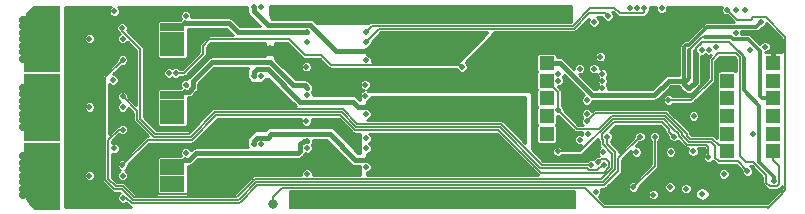
<source format=gbr>
%TF.GenerationSoftware,KiCad,Pcbnew,6.0.4-6f826c9f35~116~ubuntu20.04.1*%
%TF.CreationDate,2022-12-15T23:45:36+00:00*%
%TF.ProjectId,TFESC01,54464553-4330-4312-9e6b-696361645f70,rev?*%
%TF.SameCoordinates,Original*%
%TF.FileFunction,Copper,L2,Inr*%
%TF.FilePolarity,Positive*%
%FSLAX46Y46*%
G04 Gerber Fmt 4.6, Leading zero omitted, Abs format (unit mm)*
G04 Created by KiCad (PCBNEW 6.0.4-6f826c9f35~116~ubuntu20.04.1) date 2022-12-15 23:45:36*
%MOMM*%
%LPD*%
G01*
G04 APERTURE LIST*
%TA.AperFunction,ComponentPad*%
%ADD10R,1.200000X1.200000*%
%TD*%
%TA.AperFunction,ComponentPad*%
%ADD11R,0.700000X0.700000*%
%TD*%
%TA.AperFunction,ViaPad*%
%ADD12C,0.800000*%
%TD*%
%TA.AperFunction,ViaPad*%
%ADD13C,0.460000*%
%TD*%
%TA.AperFunction,ViaPad*%
%ADD14C,0.700000*%
%TD*%
%TA.AperFunction,ViaPad*%
%ADD15C,0.500000*%
%TD*%
%TA.AperFunction,Conductor*%
%ADD16C,0.127000*%
%TD*%
%TA.AperFunction,Conductor*%
%ADD17C,0.460000*%
%TD*%
%TA.AperFunction,Conductor*%
%ADD18C,0.300000*%
%TD*%
%TA.AperFunction,Conductor*%
%ADD19C,0.200000*%
%TD*%
%TA.AperFunction,Conductor*%
%ADD20C,0.030000*%
%TD*%
%TA.AperFunction,Conductor*%
%ADD21C,0.254000*%
%TD*%
%TA.AperFunction,Conductor*%
%ADD22C,0.128000*%
%TD*%
G04 APERTURE END LIST*
D10*
%TO.N,+5V*%
%TO.C,P9*%
X112300000Y-87250000D03*
%TO.N,TEMP_MOTOR*%
X112300000Y-88750000D03*
%TO.N,HALL_1*%
X112300000Y-90250000D03*
%TO.N,HALL_2*%
X112300000Y-91750000D03*
%TO.N,HALL_3*%
X112300000Y-93250000D03*
%TO.N,VSS*%
X112300000Y-94750000D03*
%TD*%
%TO.N,ADC_EXT2*%
%TO.C,P10*%
X127575000Y-94750000D03*
%TO.N,SWDIO*%
X127575000Y-93250000D03*
%TO.N,SWCLK*%
X127575000Y-91750000D03*
%TO.N,Net-(P10-Pad4)*%
X127575000Y-90250000D03*
%TO.N,Net-(P10-Pad5)*%
X127575000Y-88750000D03*
%TO.N,VSS*%
X127575000Y-87250000D03*
%TD*%
%TO.N,ADC_EXT1*%
%TO.C,P11*%
X131450000Y-94750000D03*
%TO.N,TX*%
X131450000Y-93250000D03*
%TO.N,RX*%
X131450000Y-91750000D03*
%TO.N,+5V*%
X131450000Y-90250000D03*
%TO.N,servoi*%
X131450000Y-88750000D03*
%TO.N,VSS*%
X131450000Y-87250000D03*
%TD*%
D11*
%TO.N,Net-(P1-Pad1)*%
%TO.C,P1*%
X68600000Y-92050000D03*
X70000000Y-90650000D03*
X69300000Y-89950000D03*
X68600000Y-90650000D03*
X70000000Y-92050000D03*
X69300000Y-92050000D03*
X69300000Y-90650000D03*
X70000000Y-89950000D03*
X70000000Y-91350000D03*
X69300000Y-91350000D03*
X68600000Y-91350000D03*
X68600000Y-89950000D03*
%TD*%
%TO.N,Net-(P2-Pad1)*%
%TO.C,P2*%
X69300000Y-95750000D03*
X70000000Y-97850000D03*
X68600000Y-96450000D03*
X68600000Y-97150000D03*
X69300000Y-96450000D03*
X68600000Y-97850000D03*
X68600000Y-95750000D03*
X69300000Y-97850000D03*
X70000000Y-97150000D03*
X70000000Y-96450000D03*
X70000000Y-95750000D03*
X69300000Y-97150000D03*
%TD*%
%TO.N,Net-(P3-Pad1)*%
%TO.C,P3*%
X69300000Y-86250000D03*
X69300000Y-85550000D03*
X68600000Y-85550000D03*
X70000000Y-84150000D03*
X68600000Y-84850000D03*
X69300000Y-84150000D03*
X68600000Y-86250000D03*
X70000000Y-84850000D03*
X70000000Y-85550000D03*
X68600000Y-84150000D03*
X70000000Y-86250000D03*
X69300000Y-84850000D03*
%TD*%
%TO.N,SH1*%
%TO.C,P4*%
X79900000Y-90700000D03*
X80600000Y-90700000D03*
X79900000Y-90000000D03*
X80600000Y-91400000D03*
X81300000Y-91400000D03*
X81300000Y-92100000D03*
X79900000Y-91400000D03*
X80600000Y-90000000D03*
X79900000Y-92100000D03*
X81300000Y-90700000D03*
X81300000Y-90000000D03*
X80600000Y-92100000D03*
%TD*%
%TO.N,SH2*%
%TO.C,P5*%
X79900000Y-97850000D03*
X79900000Y-97150000D03*
X80600000Y-97150000D03*
X79900000Y-95750000D03*
X79900000Y-96450000D03*
X81300000Y-95750000D03*
X80600000Y-97850000D03*
X81300000Y-96450000D03*
X80600000Y-96450000D03*
X81300000Y-97850000D03*
X80600000Y-95750000D03*
X81300000Y-97150000D03*
%TD*%
%TO.N,SH3*%
%TO.C,P6*%
X79900000Y-85650000D03*
X80600000Y-85650000D03*
X81300000Y-86350000D03*
X80600000Y-86350000D03*
X81300000Y-85650000D03*
X80600000Y-84950000D03*
X81300000Y-84250000D03*
X81300000Y-84950000D03*
X79900000Y-84250000D03*
X79900000Y-86350000D03*
X80600000Y-84250000D03*
X79900000Y-84950000D03*
%TD*%
D12*
%TO.N,VDD*%
X94900000Y-83200000D03*
X103900000Y-83200000D03*
X108400000Y-83200000D03*
X90400000Y-83200000D03*
X89113216Y-99199750D03*
X96700000Y-83200000D03*
X113900000Y-83200000D03*
X110200000Y-83200000D03*
X112100000Y-83200000D03*
X92200000Y-83200000D03*
X98500000Y-83200000D03*
X104800000Y-83200000D03*
X94000000Y-83200000D03*
X106600000Y-83200000D03*
X109300000Y-83200000D03*
X97600000Y-83200000D03*
X91300000Y-83200000D03*
X113000000Y-83200000D03*
X100300000Y-83200000D03*
X93100000Y-83200000D03*
X111200000Y-83200000D03*
X103000000Y-83200000D03*
X107500000Y-83200000D03*
X105700000Y-83200000D03*
D13*
X127550000Y-82750000D03*
D12*
X89550000Y-83200000D03*
X102100000Y-83200000D03*
X95800000Y-83200000D03*
X101200000Y-83200000D03*
X99400000Y-83200000D03*
D13*
%TO.N,Net-(Q1-Pad1)*%
X81742998Y-89100000D03*
X92010000Y-89950000D03*
%TO.N,Net-(Q2-Pad1)*%
X88100000Y-88362998D03*
X97000000Y-91587000D03*
D12*
%TO.N,VSS*%
X102700000Y-98800000D03*
D13*
X87512997Y-94162998D03*
D12*
X100000000Y-98800000D03*
X95500000Y-98800000D03*
D13*
X74500000Y-94500000D03*
X128250000Y-99050000D03*
D12*
X99100000Y-98800000D03*
D13*
X115150000Y-84604009D03*
X96992928Y-95463041D03*
D12*
X93700000Y-98800000D03*
X111700000Y-98800000D03*
D13*
X124156042Y-85200000D03*
X96997562Y-86247562D03*
X87512997Y-82562998D03*
X129600000Y-99050000D03*
D12*
X94600000Y-98800000D03*
X108100000Y-98800000D03*
D13*
X124600000Y-84700000D03*
D12*
X100900000Y-98800000D03*
D13*
X74400000Y-88700000D03*
X115400000Y-84850000D03*
X130500000Y-99050000D03*
D12*
X88847998Y-86207000D03*
D13*
X118600000Y-94000000D03*
D12*
X92800000Y-98800000D03*
D13*
X124643318Y-93250000D03*
X128700000Y-99050000D03*
D12*
X91000000Y-98800000D03*
X97300000Y-98800000D03*
X98200000Y-98800000D03*
X113500000Y-98800000D03*
X96400000Y-98800000D03*
D13*
X115100000Y-95250000D03*
D12*
X112600000Y-98800000D03*
D13*
X130050000Y-99050000D03*
D12*
X107200000Y-98800000D03*
D13*
X121248148Y-83750989D03*
X115150000Y-85100000D03*
X129150000Y-99050000D03*
X125500000Y-98370500D03*
X74300000Y-82900000D03*
X130950000Y-99050000D03*
D12*
X109900000Y-98800000D03*
X101800000Y-98800000D03*
X110800000Y-98800000D03*
X91900000Y-98800000D03*
X106300000Y-98800000D03*
D13*
X87512997Y-88362998D03*
D12*
X105400000Y-98800000D03*
X109000000Y-98800000D03*
D13*
X118600000Y-93499999D03*
X124156042Y-84800000D03*
X129100000Y-82750000D03*
D12*
X104500000Y-98800000D03*
X103600000Y-98800000D03*
D13*
X96992998Y-91000000D03*
X115643958Y-85100000D03*
%TO.N,Net-(Q3-Pad1)*%
X81747998Y-94900000D03*
X92020000Y-94450000D03*
%TO.N,Net-(Q5-Pad1)*%
X92000000Y-85450000D03*
X81747998Y-83300000D03*
%TO.N,Net-(Q6-Pad1)*%
X88100000Y-82562998D03*
X97000000Y-87050000D03*
%TO.N,Net-(P1-Pad1)*%
X73600000Y-91000000D03*
D14*
X68000000Y-89900000D03*
X70000000Y-89350000D03*
X68000000Y-90450000D03*
X70000000Y-92650000D03*
X68600000Y-92650000D03*
X68000000Y-91000000D03*
X69300000Y-89350000D03*
X68000000Y-92650000D03*
X68000000Y-91550000D03*
X68600000Y-89350000D03*
X68000000Y-89350000D03*
X69300000Y-92650000D03*
X68000000Y-92100000D03*
%TO.N,Net-(P2-Pad1)*%
X68600000Y-95150000D03*
X68000000Y-96250000D03*
X69300000Y-95150000D03*
X68600000Y-98450000D03*
D13*
X73600000Y-96800000D03*
D14*
X68000000Y-98450000D03*
X68000000Y-96800000D03*
X70000000Y-95150000D03*
X70000000Y-98450000D03*
X68000000Y-95150000D03*
X68000000Y-97350000D03*
X69300000Y-98450000D03*
X68000000Y-95700000D03*
X68000000Y-97900000D03*
%TO.N,Net-(P3-Pad1)*%
X70000000Y-86900000D03*
D13*
X73600000Y-85200000D03*
D14*
X69300000Y-86900000D03*
X68000000Y-85800000D03*
X68000000Y-84150000D03*
X69300000Y-83550000D03*
X68000000Y-85250000D03*
X68000000Y-86900000D03*
X68600000Y-83550000D03*
X68600000Y-86900000D03*
X70000000Y-83550000D03*
X68000000Y-86350000D03*
X68000000Y-83600000D03*
X68000000Y-84700000D03*
D13*
%TO.N,SH1*%
X76400000Y-91000000D03*
X81680260Y-89683640D03*
X92057559Y-89364928D03*
%TO.N,SH2*%
X92054015Y-93853916D03*
X76400000Y-96800000D03*
X81678063Y-95482821D03*
%TO.N,SH3*%
X81691906Y-83884316D03*
X76400000Y-85200000D03*
X92000000Y-84650000D03*
%TO.N,C1*%
X122800000Y-94800000D03*
%TO.N,C2*%
X119900000Y-94800000D03*
%TO.N,C3*%
X117100000Y-94800000D03*
%TO.N,Net-(C17-Pad2)*%
X115100000Y-87750000D03*
%TO.N,VCC*%
X128343873Y-82766324D03*
X129547339Y-86152661D03*
X116300000Y-87750000D03*
X115100000Y-93750000D03*
X124100000Y-97909532D03*
X124700000Y-94750000D03*
%TO.N,SENS_SUPPLY*%
X128300000Y-84692998D03*
X121450000Y-93499999D03*
X119646580Y-97757802D03*
%TO.N,SENS_1*%
X76400000Y-90100000D03*
X117183076Y-95862800D03*
%TO.N,SENS_2*%
X76387000Y-95916215D03*
X116640000Y-95640000D03*
%TO.N,SENS_3*%
X116099224Y-95868327D03*
X76337000Y-84300000D03*
%TO.N,I1*%
X76400000Y-92900000D03*
X123100000Y-93500000D03*
%TO.N,I2*%
X76400000Y-98700000D03*
X120200000Y-93500000D03*
%TO.N,I3*%
X76400000Y-87000000D03*
X117400000Y-93500000D03*
%TO.N,LI1*%
X116312998Y-83778520D03*
X96950000Y-90050000D03*
%TO.N,HI1*%
X119375994Y-82650000D03*
X96950000Y-89100000D03*
%TO.N,LI2*%
X116849428Y-86732515D03*
X97000000Y-94500000D03*
%TO.N,HI2*%
X97000000Y-93650000D03*
X119962997Y-82650000D03*
%TO.N,LI3*%
X117500000Y-83270500D03*
X97000000Y-85500000D03*
%TO.N,HI3*%
X120550000Y-82650000D03*
X97000000Y-84600000D03*
%TO.N,USB-DM*%
X130810000Y-85870000D03*
X122050000Y-82642998D03*
%TO.N,USB-DP*%
X126037003Y-86150000D03*
X129750000Y-93250000D03*
%TO.N,LED_GREEN*%
X115700000Y-91600000D03*
%TO.N,LED_RED*%
X115700000Y-90400000D03*
%TO.N,HALL_1*%
X117026244Y-88213862D03*
%TO.N,HALL_2*%
X117028603Y-88800859D03*
%TO.N,HALL_3*%
X117032302Y-89387850D03*
%TO.N,SWCLK*%
X126627957Y-85920500D03*
%TO.N,SWDIO*%
X125450000Y-86150000D03*
%TO.N,Net-(C30-Pad1)*%
X122747504Y-97757802D03*
%TO.N,Net-(C31-Pad1)*%
X121342998Y-98400001D03*
%TO.N,SERVO*%
X124750000Y-91750000D03*
%TO.N,TEMP_MOTOR*%
X113257002Y-91243000D03*
X129307002Y-96434001D03*
%TO.N,RX*%
X113277380Y-88178525D03*
%TO.N,TX*%
X113257002Y-88765173D03*
%TO.N,Net-(C77-Pad2)*%
X113257002Y-94750000D03*
X126000000Y-95256042D03*
X105150000Y-87600000D03*
X80900000Y-88100000D03*
%TO.N,Net-(Q4-Pad1)*%
X88100000Y-94162998D03*
X97000000Y-96050000D03*
%TO.N,+5V*%
X92017271Y-96663041D03*
X131573501Y-97277444D03*
X91957001Y-87584001D03*
X130422339Y-83827661D03*
X91957002Y-92174000D03*
X123950000Y-88750000D03*
%TO.N,VAA*%
X116450000Y-98150000D03*
X75600000Y-88700000D03*
D15*
X127300000Y-96667242D03*
D13*
X75700000Y-94500000D03*
X75700000Y-82900000D03*
X80312997Y-88100000D03*
%TO.N,ADC_EXT2*%
X115724742Y-92198302D03*
%TO.N,ADC_EXT1*%
X122610000Y-90390000D03*
X115816513Y-93245989D03*
%TD*%
D16*
%TO.N,VDD*%
X129800000Y-83400000D02*
X129600000Y-83600000D01*
X131900000Y-98700000D02*
X132240501Y-98359499D01*
X132530000Y-86787098D02*
X132520000Y-86777098D01*
X117148159Y-99470501D02*
X131079499Y-99470501D01*
X131050000Y-99500000D02*
X131079499Y-99470501D01*
X89113216Y-98634065D02*
X89887281Y-97860000D01*
X132530000Y-98000000D02*
X132530000Y-86787098D01*
X132520000Y-85070000D02*
X130850000Y-83400000D01*
X131129499Y-99470501D02*
X131900000Y-98700000D01*
X131079499Y-99470501D02*
X131129499Y-99470501D01*
X132520000Y-86777098D02*
X132520000Y-85070000D01*
X89887281Y-97860000D02*
X115537658Y-97860000D01*
X89113216Y-99199750D02*
X89113216Y-98634065D01*
X131900000Y-98700000D02*
X131879499Y-98679499D01*
X132240501Y-98289499D02*
X132530000Y-98000000D01*
X129600000Y-83600000D02*
X128400000Y-83600000D01*
X128400000Y-83600000D02*
X127550000Y-82750000D01*
X115537658Y-97860000D02*
X117148159Y-99470501D01*
X132240501Y-98359499D02*
X132240501Y-98289499D01*
X130850000Y-83400000D02*
X129800000Y-83400000D01*
D17*
%TO.N,Net-(Q1-Pad1)*%
X81746359Y-89096639D02*
X81742998Y-89100000D01*
D18*
%TO.N,VSS*%
X93007001Y-88592999D02*
X92814002Y-88400000D01*
D16*
X75700000Y-95600000D02*
X75700000Y-96900000D01*
X77000000Y-94300000D02*
X75700000Y-95600000D01*
X76600000Y-86300000D02*
X76900000Y-86600000D01*
D17*
X131450000Y-87250000D02*
X131450000Y-85550000D01*
X96664618Y-95460000D02*
X96120000Y-95460000D01*
D18*
X111478399Y-86372999D02*
X111200000Y-86651398D01*
D16*
X96992928Y-95463041D02*
X97963041Y-95463041D01*
D18*
X117082719Y-87695261D02*
X115760457Y-86372999D01*
D16*
X74629999Y-88470001D02*
X74629999Y-87670001D01*
X97752438Y-86247562D02*
X98000000Y-86000000D01*
D17*
X87512997Y-82888267D02*
X87512997Y-82562998D01*
D16*
X75979499Y-98498159D02*
X75979499Y-98901841D01*
D17*
X91436844Y-90537001D02*
X88675840Y-87775997D01*
D16*
X77000000Y-93200000D02*
X77000000Y-94300000D01*
X76198159Y-98279499D02*
X75979499Y-98498159D01*
D17*
X87774729Y-87775997D02*
X87512997Y-88037729D01*
D16*
X75979499Y-98901841D02*
X76631668Y-99554010D01*
X74629999Y-87670001D02*
X76000000Y-86300000D01*
X76200000Y-97400000D02*
X78407098Y-97400000D01*
X78407098Y-97400000D02*
X79397599Y-98390501D01*
D17*
X96350000Y-91000000D02*
X95887001Y-90537001D01*
X93926915Y-93266915D02*
X88993085Y-93266915D01*
D18*
X111200000Y-88000000D02*
X110607001Y-88592999D01*
D16*
X77400000Y-92800000D02*
X77000000Y-93200000D01*
X76900000Y-86600000D02*
X76900000Y-88500000D01*
D17*
X87774729Y-93575997D02*
X87512997Y-93837729D01*
X96992998Y-91000000D02*
X96350000Y-91000000D01*
X92281761Y-84062999D02*
X88687729Y-84062999D01*
D18*
X92814002Y-88400000D02*
X91200000Y-88400000D01*
D16*
X75700000Y-96900000D02*
X76200000Y-97400000D01*
D18*
X110607001Y-88592999D02*
X93007001Y-88592999D01*
D17*
X87512997Y-93837729D02*
X87512997Y-94162998D01*
D16*
X96997562Y-86247562D02*
X97752438Y-86247562D01*
D17*
X88993085Y-93266915D02*
X88684003Y-93575997D01*
X88684003Y-93575997D02*
X87774729Y-93575997D01*
X96997562Y-86247562D02*
X94466324Y-86247562D01*
D16*
X124156042Y-84800000D02*
X124500000Y-84800000D01*
X75700000Y-91100000D02*
X77400000Y-92800000D01*
X76900000Y-88500000D02*
X75700000Y-89700000D01*
D18*
X89247997Y-86606999D02*
X89406999Y-86606999D01*
D16*
X74500000Y-97110428D02*
X75669071Y-98279499D01*
D17*
X96667659Y-95463041D02*
X96664618Y-95460000D01*
D16*
X74500000Y-94500000D02*
X74500000Y-97110428D01*
D17*
X88675840Y-87775997D02*
X87774729Y-87775997D01*
X96992928Y-95463041D02*
X96667659Y-95463041D01*
X88687729Y-84062999D02*
X87512997Y-82888267D01*
D16*
X74400000Y-88700000D02*
X74629999Y-88470001D01*
X75700000Y-89700000D02*
X75700000Y-91100000D01*
X75669071Y-98279499D02*
X76198159Y-98279499D01*
D17*
X87512997Y-88037729D02*
X87512997Y-88362998D01*
D16*
X84409499Y-98390501D02*
X86800000Y-96000000D01*
D17*
X95887001Y-90537001D02*
X91436844Y-90537001D01*
D18*
X89406999Y-86606999D02*
X91200000Y-88400000D01*
X88847998Y-86207000D02*
X89247997Y-86606999D01*
X115760457Y-86372999D02*
X111478399Y-86372999D01*
D16*
X76000000Y-86300000D02*
X76600000Y-86300000D01*
D18*
X111200000Y-86651398D02*
X111200000Y-88000000D01*
D16*
X124500000Y-84800000D02*
X124600000Y-84700000D01*
X96992998Y-91000000D02*
X98000000Y-91000000D01*
D17*
X94466324Y-86247562D02*
X92281761Y-84062999D01*
D16*
X79397599Y-98390501D02*
X84409499Y-98390501D01*
D17*
X96120000Y-95460000D02*
X93926915Y-93266915D01*
%TO.N,SH1*%
X82333367Y-88826633D02*
X82333367Y-89339787D01*
X90864929Y-89134929D02*
X88910000Y-87180000D01*
X91827560Y-89134929D02*
X90864929Y-89134929D01*
X88910000Y-87180000D02*
X83980000Y-87180000D01*
X82333367Y-89339787D02*
X81986146Y-89687008D01*
X92057559Y-89364928D02*
X91827560Y-89134929D01*
X81986146Y-89687008D02*
X81680260Y-89687008D01*
X83980000Y-87180000D02*
X82333367Y-88826633D01*
%TO.N,SH2*%
X81682243Y-95487001D02*
X81678063Y-95482821D01*
X91728746Y-93853916D02*
X91432999Y-94149663D01*
X82616760Y-94900000D02*
X82029759Y-95487001D01*
X91432999Y-94149663D02*
X91432999Y-94737001D01*
X91432999Y-94737001D02*
X91270000Y-94900000D01*
X92054015Y-93853916D02*
X91728746Y-93853916D01*
X91270000Y-94900000D02*
X82616760Y-94900000D01*
X82029759Y-95487001D02*
X81682243Y-95487001D01*
%TO.N,SH3*%
X86150000Y-84650000D02*
X92000000Y-84650000D01*
X81691906Y-83887001D02*
X85387001Y-83887001D01*
X85387001Y-83887001D02*
X86150000Y-84650000D01*
D16*
%TO.N,SENS_SUPPLY*%
X119646580Y-97757802D02*
X121450000Y-95954382D01*
X121450000Y-95954382D02*
X121450000Y-93499999D01*
%TO.N,SENS_1*%
X96170990Y-92670990D02*
X108318864Y-92670990D01*
X77645991Y-92105215D02*
X79044786Y-93504010D01*
X84205214Y-91454010D02*
X94954010Y-91454010D01*
X94954010Y-91454010D02*
X96170990Y-92670990D01*
X111770211Y-96122337D02*
X115730892Y-96122337D01*
X79044786Y-93504010D02*
X82155215Y-93504009D01*
X82155215Y-93504009D02*
X84205214Y-91454010D01*
X77645990Y-91345990D02*
X77645991Y-92105215D01*
X117039542Y-95862800D02*
X117183076Y-95862800D01*
X116613514Y-96288828D02*
X117039542Y-95862800D01*
X115897383Y-96288828D02*
X116613514Y-96288828D01*
X115730892Y-96122337D02*
X115897383Y-96288828D01*
X108318864Y-92670990D02*
X111770211Y-96122337D01*
X76400000Y-90100000D02*
X77645990Y-91345990D01*
%TO.N,SENS_2*%
X78528215Y-93775000D02*
X82243446Y-93775000D01*
X117603577Y-96064641D02*
X117603577Y-95660959D01*
X96056552Y-92925000D02*
X108213650Y-92925000D01*
X82243446Y-93775000D02*
X82260430Y-93758018D01*
X82260430Y-93758018D02*
X84310428Y-91708020D01*
X117603577Y-95660959D02*
X117352619Y-95410001D01*
X84310428Y-91708020D02*
X94839572Y-91708020D01*
X117352619Y-95410001D02*
X116869999Y-95410001D01*
X117125380Y-96542838D02*
X117603577Y-96064641D01*
X76387000Y-95916215D02*
X78528215Y-93775000D01*
X111831488Y-96542838D02*
X117125380Y-96542838D01*
X108213650Y-92925000D02*
X111831488Y-96542838D01*
X94839572Y-91708020D02*
X96056552Y-92925000D01*
X116869999Y-95410001D02*
X116640000Y-95640000D01*
%TO.N,SENS_3*%
X108424078Y-92416980D02*
X111875425Y-95868327D01*
X76337000Y-84514658D02*
X77900000Y-86077658D01*
X76337000Y-84300000D02*
X76337000Y-84514658D01*
X84100000Y-91200000D02*
X95059225Y-91200001D01*
X79150000Y-93250000D02*
X82050000Y-93250000D01*
X95059225Y-91200001D02*
X96276204Y-92416980D01*
X96276204Y-92416980D02*
X108424078Y-92416980D01*
X77900000Y-86077658D02*
X77900000Y-92000000D01*
X77900000Y-92000000D02*
X79150000Y-93250000D01*
X115773955Y-95868327D02*
X116099224Y-95868327D01*
X82050000Y-93250000D02*
X84100000Y-91200000D01*
X111875425Y-95868327D02*
X115773955Y-95868327D01*
%TO.N,I1*%
X86037041Y-98644511D02*
X77388228Y-98644511D01*
X91816040Y-97083960D02*
X87604144Y-97083960D01*
X75808020Y-97700000D02*
X75204010Y-97095990D01*
X117857586Y-94937586D02*
X117857586Y-96169856D01*
X75204010Y-93770721D02*
X76074731Y-92900000D01*
X91816458Y-97083542D02*
X91816040Y-97083960D01*
X117080000Y-94160000D02*
X117857586Y-94937586D01*
X122679499Y-92879499D02*
X122062030Y-92262030D01*
X76074731Y-92900000D02*
X76400000Y-92900000D01*
X122062030Y-92262030D02*
X118015628Y-92262030D01*
X117857586Y-96169856D02*
X116943900Y-97083542D01*
X86204144Y-98483960D02*
X86197591Y-98483961D01*
X77388228Y-98644511D02*
X76443718Y-97700001D01*
X86197591Y-98483961D02*
X86037041Y-98644511D01*
X123100000Y-93500000D02*
X122679499Y-93079499D01*
X76443718Y-97700001D02*
X75808020Y-97700000D01*
X116979499Y-93701841D02*
X117080000Y-93802342D01*
X122679499Y-93079499D02*
X122679499Y-92879499D01*
X116979499Y-93298159D02*
X116979499Y-93701841D01*
X118015628Y-92262030D02*
X116979499Y-93298159D01*
X75204010Y-97095990D02*
X75204010Y-93770721D01*
X87604144Y-97083960D02*
X86204144Y-98483960D01*
X116943900Y-97083542D02*
X91816458Y-97083542D01*
X117080000Y-93802342D02*
X117080000Y-94160000D01*
%TO.N,I2*%
X117153911Y-97591979D02*
X87814572Y-97591980D01*
X76725269Y-98700000D02*
X77177799Y-99152530D01*
X86254022Y-99152530D02*
X86414572Y-98991980D01*
X118370000Y-95330000D02*
X118370000Y-96375890D01*
X77177799Y-99152530D02*
X86254022Y-99152530D01*
X86414572Y-98991980D02*
X86408020Y-98991980D01*
X120200000Y-93500000D02*
X118370000Y-95330000D01*
X87814572Y-97591980D02*
X86414572Y-98991980D01*
X118370000Y-96375890D02*
X117153911Y-97591979D01*
X76725269Y-98700000D02*
X76400000Y-98700000D01*
%TO.N,I3*%
X86309358Y-98737970D02*
X87709358Y-97337970D01*
X118111595Y-94832371D02*
X117399612Y-94120388D01*
X118111596Y-96275070D02*
X118111595Y-94832371D01*
X117048696Y-97337970D02*
X118111596Y-96275070D01*
X87709358Y-97337970D02*
X117048696Y-97337970D01*
X74950000Y-97201204D02*
X75702805Y-97954009D01*
X76400000Y-87000000D02*
X74950000Y-88450000D01*
X76338503Y-97954010D02*
X77283014Y-98898521D01*
X86302806Y-98737970D02*
X86309358Y-98737970D01*
X86309359Y-98737969D02*
X86302807Y-98737969D01*
X75702805Y-97954009D02*
X76338503Y-97954010D01*
X117400000Y-94120000D02*
X117400000Y-93500000D01*
X74950000Y-88450000D02*
X74950000Y-97201204D01*
X117399612Y-94120388D02*
X117400000Y-94120000D01*
X86142256Y-98898520D02*
X86302807Y-98737969D01*
X77283014Y-98898521D02*
X86142256Y-98898520D01*
%TO.N,LI3*%
X98145990Y-84354010D02*
X114605214Y-84354010D01*
X115918723Y-83040501D02*
X117270001Y-83040501D01*
X117270001Y-83040501D02*
X117500000Y-83270500D01*
X114605214Y-84354010D02*
X115918723Y-83040501D01*
X117333510Y-83104010D02*
X117500000Y-83270500D01*
X97000000Y-85500000D02*
X98145990Y-84354010D01*
%TO.N,HI3*%
X97000000Y-84600000D02*
X97500000Y-84100000D01*
X97500000Y-84100000D02*
X114500000Y-84100000D01*
X118509346Y-83070501D02*
X120454768Y-83070501D01*
X120454768Y-83070501D02*
X120550000Y-82975269D01*
X118038845Y-82600000D02*
X118509346Y-83070501D01*
X120550000Y-82975269D02*
X120550000Y-82650000D01*
X116000000Y-82600000D02*
X118038845Y-82600000D01*
X114500000Y-84100000D02*
X116000000Y-82600000D01*
%TO.N,TEMP_MOTOR*%
X116733721Y-92825489D02*
X114839491Y-92825489D01*
X117805200Y-91754010D02*
X116733721Y-92825489D01*
X113257002Y-89707002D02*
X112300000Y-88750000D01*
X126882098Y-95600000D02*
X126600000Y-95317902D01*
X126600000Y-94309224D02*
X126215287Y-93924511D01*
X123774511Y-93362759D02*
X123774511Y-93192945D01*
X126600000Y-95317902D02*
X126600000Y-94309224D01*
X129307002Y-96434001D02*
X128473001Y-95600000D01*
X123774511Y-93192945D02*
X122335576Y-91754010D01*
X113257002Y-91243000D02*
X113257002Y-89707002D01*
X114839491Y-92825489D02*
X113257002Y-91243000D01*
X122335576Y-91754010D02*
X117805200Y-91754010D01*
X128473001Y-95600000D02*
X126882098Y-95600000D01*
X126215287Y-93924511D02*
X124336263Y-93924511D01*
X124336263Y-93924511D02*
X123774511Y-93362759D01*
%TO.N,Net-(C77-Pad2)*%
X115168434Y-94750000D02*
X113257002Y-94750000D01*
X122208020Y-92008020D02*
X117910414Y-92008020D01*
X123047832Y-92825490D02*
X123025490Y-92825490D01*
X83760000Y-85240000D02*
X83200000Y-85800000D01*
X124231049Y-94178521D02*
X123520502Y-93467974D01*
X126000000Y-95256042D02*
X126000000Y-94400000D01*
X105020501Y-87470501D02*
X105150000Y-87600000D01*
X83200000Y-86500000D02*
X81600000Y-88100000D01*
X126000000Y-94400000D02*
X125778521Y-94178521D01*
X81600000Y-88100000D02*
X80900000Y-88100000D01*
X93210000Y-86600000D02*
X91820000Y-86600000D01*
X123520501Y-93298159D02*
X123047832Y-92825490D01*
X123025490Y-92825490D02*
X122208020Y-92008020D01*
X83200000Y-85800000D02*
X83200000Y-86500000D01*
X94080501Y-87470501D02*
X93210000Y-86600000D01*
X104829499Y-87470501D02*
X105020501Y-87470501D01*
X123520502Y-93467974D02*
X123520501Y-93298159D01*
X104829499Y-87470501D02*
X94080501Y-87470501D01*
X90460000Y-85240000D02*
X83760000Y-85240000D01*
X91820000Y-86600000D02*
X90460000Y-85240000D01*
X125778521Y-94178521D02*
X124231049Y-94178521D01*
X117910414Y-92008020D02*
X115168434Y-94750000D01*
D18*
%TO.N,+5V*%
X124150000Y-88750000D02*
X124350000Y-88550000D01*
X130064003Y-84185997D02*
X130192340Y-84057660D01*
X125904003Y-84185997D02*
X130064003Y-84185997D01*
X129345040Y-85200000D02*
X128056639Y-85199999D01*
D17*
X113360000Y-87250000D02*
X112300000Y-87250000D01*
D19*
X125440000Y-85100000D02*
X125320000Y-85220000D01*
D17*
X124300000Y-89400000D02*
X124390000Y-89400000D01*
D18*
X130550000Y-90250000D02*
X130400000Y-90100000D01*
X128056639Y-85199999D02*
X127956640Y-85100000D01*
X131573501Y-96952175D02*
X130300000Y-95678674D01*
X124382999Y-85707001D02*
X125904003Y-84185997D01*
D19*
X127742244Y-85463499D02*
X125460139Y-85463499D01*
D18*
X130300000Y-90900000D02*
X128986500Y-89586500D01*
D17*
X116143613Y-89974851D02*
X113418762Y-87250000D01*
D18*
X127956640Y-85100000D02*
X125700000Y-85100000D01*
X123950000Y-88750000D02*
X123950000Y-85870000D01*
D16*
X128986500Y-89500000D02*
X128900000Y-89500000D01*
D18*
X130400000Y-87600000D02*
X130400000Y-86254960D01*
X123950000Y-85870000D02*
X124112999Y-85707001D01*
X128986500Y-89586500D02*
X128986500Y-89500000D01*
D19*
X128986500Y-86707755D02*
X127742244Y-85463499D01*
D17*
X123950000Y-88750000D02*
X122640000Y-88750000D01*
D16*
X128900000Y-89500000D02*
X128899999Y-86672873D01*
D17*
X124390000Y-89400000D02*
X124920000Y-88870000D01*
X123950000Y-89050000D02*
X124300000Y-89400000D01*
X123950000Y-88750000D02*
X123950000Y-89050000D01*
X113418762Y-87250000D02*
X113360000Y-87250000D01*
X124870000Y-86438762D02*
X124920000Y-86488762D01*
X124920000Y-88870000D02*
X124920000Y-86488762D01*
D16*
X125480000Y-85500000D02*
X125250501Y-85729499D01*
X125280000Y-85220000D02*
X125180000Y-85320000D01*
D18*
X130400000Y-90100000D02*
X130400000Y-87600000D01*
D16*
X125180000Y-85320000D02*
X125250000Y-85250000D01*
X125248159Y-85729499D02*
X124750000Y-86227658D01*
D18*
X131573501Y-97277444D02*
X131573501Y-96952175D01*
D16*
X124750000Y-86227658D02*
X124750000Y-88950000D01*
D17*
X122640000Y-88750000D02*
X121415149Y-89974851D01*
D18*
X130192340Y-84057660D02*
X130422339Y-83827661D01*
X124350000Y-88550000D02*
X124350000Y-86150000D01*
D16*
X124750000Y-88950000D02*
X124300000Y-89400000D01*
D18*
X130300000Y-95678674D02*
X130300000Y-90900000D01*
X131450000Y-90250000D02*
X130550000Y-90250000D01*
D16*
X125320000Y-85220000D02*
X125280000Y-85220000D01*
X124350000Y-86150000D02*
X125180000Y-85320000D01*
D19*
X125700000Y-85100000D02*
X125440000Y-85100000D01*
X128986500Y-86810000D02*
X128986500Y-86707755D01*
D18*
X128986500Y-89586500D02*
X128986500Y-86810000D01*
X124112999Y-85707001D02*
X124382999Y-85707001D01*
D16*
X127727126Y-85500000D02*
X125480000Y-85500000D01*
D19*
X125460139Y-85463499D02*
X124920000Y-86003638D01*
D16*
X128899999Y-86672873D02*
X127727126Y-85500000D01*
D18*
X130400000Y-86254960D02*
X129345040Y-85200000D01*
D19*
X124920000Y-86003638D02*
X124920000Y-86488762D01*
D16*
X125250501Y-85729499D02*
X125248159Y-85729499D01*
D17*
X121415149Y-89974851D02*
X116143613Y-89974851D01*
D18*
X123950000Y-88750000D02*
X124150000Y-88750000D01*
D16*
%TO.N,ADC_EXT2*%
X126320501Y-93670501D02*
X124441477Y-93670501D01*
X127575000Y-94750000D02*
X127055000Y-94230000D01*
X116423044Y-91500000D02*
X115724742Y-92198302D01*
X122440790Y-91500000D02*
X116423044Y-91500000D01*
X126880000Y-94230000D02*
X126320501Y-93670501D01*
X124222817Y-93451841D02*
X124222817Y-93282027D01*
X124441477Y-93670501D02*
X124222817Y-93451841D01*
X124222817Y-93282027D02*
X122440790Y-91500000D01*
X127055000Y-94230000D02*
X126880000Y-94230000D01*
%TO.N,ADC_EXT1*%
X129180000Y-95670776D02*
X128645990Y-95136766D01*
X126280000Y-88680000D02*
X124570000Y-90390000D01*
X126280000Y-87002098D02*
X126280000Y-88680000D01*
X131450000Y-94750000D02*
X131450000Y-95477000D01*
X130900000Y-96760226D02*
X130900000Y-97390776D01*
X130900000Y-97390776D02*
X131207169Y-97697945D01*
X126822599Y-86459499D02*
X126280000Y-87002098D01*
X128327401Y-86459499D02*
X126822599Y-86459499D01*
X131775342Y-97697945D02*
X131207169Y-97697945D01*
X131994002Y-97479285D02*
X131775342Y-97697945D01*
X128645990Y-95136766D02*
X128645990Y-86778088D01*
X128645990Y-86778088D02*
X128327401Y-86459499D01*
X129810550Y-95670776D02*
X130900000Y-96760226D01*
X129180000Y-95670776D02*
X129810550Y-95670776D01*
X131994002Y-96021002D02*
X131994002Y-97479285D01*
X131450000Y-95477000D02*
X131994002Y-96021002D01*
X124570000Y-90390000D02*
X122610000Y-90390000D01*
%TD*%
%TO.N,Net-(P3-Pad1)*%
D20*
X70985000Y-87985000D02*
X68045500Y-87985000D01*
X68045500Y-84003238D01*
X68124505Y-83451570D01*
X68353819Y-82947221D01*
X68715464Y-82527511D01*
X68889048Y-82415000D01*
X70985000Y-82415000D01*
X70985000Y-87985000D01*
X70985000Y-87985000D02*
X70985000Y-82415000D01*
%TA.AperFunction,Conductor*%
G36*
X70985000Y-87985000D02*
G01*
X68045500Y-87985000D01*
X68045500Y-84003238D01*
X68124505Y-83451570D01*
X68353819Y-82947221D01*
X68715464Y-82527511D01*
X68889048Y-82415000D01*
X70985000Y-82415000D01*
X70985000Y-87985000D01*
G37*
%TD.AperFunction*%
%TD*%
%TO.N,Net-(P1-Pad1)*%
X70985000Y-93785000D02*
X68045500Y-93785000D01*
X68045500Y-88215000D01*
X70985000Y-88215000D01*
X70985000Y-93785000D01*
X70985000Y-93785000D02*
X70985000Y-88215000D01*
%TA.AperFunction,Conductor*%
G36*
X70985000Y-93785000D02*
G01*
X68045500Y-93785000D01*
X68045500Y-88215000D01*
X70985000Y-88215000D01*
X70985000Y-93785000D01*
G37*
%TD.AperFunction*%
%TD*%
%TO.N,Net-(P2-Pad1)*%
X70985000Y-99585000D02*
X68876217Y-99585000D01*
X68527510Y-99284534D01*
X68226170Y-98819623D01*
X68066977Y-98287320D01*
X68045500Y-97998310D01*
X68045500Y-94015000D01*
X70985000Y-94015000D01*
X70985000Y-99585000D01*
X70985000Y-99585000D02*
X70985000Y-94015000D01*
%TA.AperFunction,Conductor*%
G36*
X70985000Y-99585000D02*
G01*
X68876217Y-99585000D01*
X68527510Y-99284534D01*
X68226170Y-98819623D01*
X68066977Y-98287320D01*
X68045500Y-97998310D01*
X68045500Y-94015000D01*
X70985000Y-94015000D01*
X70985000Y-99585000D01*
G37*
%TD.AperFunction*%
%TD*%
%TO.N,VSS*%
D21*
X111273000Y-96434777D02*
X111273000Y-96765042D01*
X97127000Y-96765042D01*
X97127000Y-96522355D01*
X97274731Y-96461163D01*
X97411163Y-96324731D01*
X97485000Y-96146473D01*
X97485000Y-95953527D01*
X97411163Y-95775269D01*
X97274731Y-95638837D01*
X97127000Y-95577645D01*
X97127000Y-94972355D01*
X97274731Y-94911163D01*
X97411163Y-94774731D01*
X97485000Y-94596473D01*
X97485000Y-94403527D01*
X97411163Y-94225269D01*
X97274731Y-94088837D01*
X97241326Y-94075000D01*
X97274731Y-94061163D01*
X97411163Y-93924731D01*
X97485000Y-93746473D01*
X97485000Y-93553527D01*
X97411163Y-93375269D01*
X97279394Y-93243500D01*
X108081724Y-93243500D01*
X111273000Y-96434777D01*
X111273000Y-96434777D02*
X108081724Y-93243500D01*
%TA.AperFunction,Conductor*%
G36*
X111273000Y-96434777D02*
G01*
X111273000Y-96765042D01*
X97127000Y-96765042D01*
X97127000Y-96522355D01*
X97274731Y-96461163D01*
X97411163Y-96324731D01*
X97485000Y-96146473D01*
X97485000Y-95953527D01*
X97411163Y-95775269D01*
X97274731Y-95638837D01*
X97127000Y-95577645D01*
X97127000Y-94972355D01*
X97274731Y-94911163D01*
X97411163Y-94774731D01*
X97485000Y-94596473D01*
X97485000Y-94403527D01*
X97411163Y-94225269D01*
X97274731Y-94088837D01*
X97241326Y-94075000D01*
X97274731Y-94061163D01*
X97411163Y-93924731D01*
X97485000Y-93746473D01*
X97485000Y-93553527D01*
X97411163Y-93375269D01*
X97279394Y-93243500D01*
X108081724Y-93243500D01*
X111273000Y-96434777D01*
G37*
%TD.AperFunction*%
%TD*%
%TO.N,VSS*%
X122360999Y-93011426D02*
X122360999Y-93048138D01*
X122354761Y-93079499D01*
X122360999Y-93110860D01*
X122360999Y-93110864D01*
X122379479Y-93203770D01*
X122449874Y-93309124D01*
X122476467Y-93326893D01*
X122615000Y-93465426D01*
X122615000Y-93596473D01*
X122688837Y-93774731D01*
X122825269Y-93911163D01*
X123003527Y-93985000D01*
X123196473Y-93985000D01*
X123374731Y-93911163D01*
X123443998Y-93841896D01*
X123983656Y-94381555D01*
X124001424Y-94408146D01*
X124106777Y-94478541D01*
X124199683Y-94497021D01*
X124199687Y-94497021D01*
X124231048Y-94503259D01*
X124262409Y-94497021D01*
X124279827Y-94497021D01*
X124215000Y-94653527D01*
X124215000Y-94846473D01*
X124288837Y-95024731D01*
X124425269Y-95161163D01*
X124603527Y-95235000D01*
X124796473Y-95235000D01*
X124974731Y-95161163D01*
X125111163Y-95024731D01*
X125185000Y-94846473D01*
X125185000Y-94653527D01*
X125120173Y-94497021D01*
X125646595Y-94497021D01*
X125681501Y-94531927D01*
X125681500Y-94888648D01*
X125588837Y-94981311D01*
X125515000Y-95159569D01*
X125515000Y-95352515D01*
X125588837Y-95530773D01*
X125725269Y-95667205D01*
X125903527Y-95741042D01*
X126096473Y-95741042D01*
X126274731Y-95667205D01*
X126384782Y-95557154D01*
X126396967Y-95565296D01*
X126634705Y-95803034D01*
X126652473Y-95829625D01*
X126757826Y-95900020D01*
X126850732Y-95918500D01*
X126850737Y-95918500D01*
X126882098Y-95924738D01*
X126913459Y-95918500D01*
X128341075Y-95918500D01*
X128822002Y-96399428D01*
X128822002Y-96530474D01*
X128895839Y-96708732D01*
X129032271Y-96845164D01*
X129210529Y-96919001D01*
X129403475Y-96919001D01*
X129581733Y-96845164D01*
X129718165Y-96708732D01*
X129792002Y-96530474D01*
X129792002Y-96337528D01*
X129718165Y-96159270D01*
X129581733Y-96022838D01*
X129500707Y-95989276D01*
X129678624Y-95989276D01*
X130581500Y-96892153D01*
X130581501Y-97359411D01*
X130575262Y-97390776D01*
X130581501Y-97422142D01*
X130589477Y-97462242D01*
X130599981Y-97515048D01*
X130651386Y-97591980D01*
X130670376Y-97620401D01*
X130696966Y-97638168D01*
X130959777Y-97900980D01*
X130977544Y-97927570D01*
X131004134Y-97945337D01*
X131082896Y-97997965D01*
X131207169Y-98022684D01*
X131238535Y-98016445D01*
X131743981Y-98016445D01*
X131775342Y-98022683D01*
X131806703Y-98016445D01*
X131806708Y-98016445D01*
X131899614Y-97997965D01*
X132004967Y-97927570D01*
X132022736Y-97900978D01*
X132197037Y-97726677D01*
X132211500Y-97717013D01*
X132211500Y-97868073D01*
X132037466Y-98042107D01*
X132010877Y-98059874D01*
X131940481Y-98165227D01*
X131929589Y-98219984D01*
X131773785Y-98375789D01*
X131755227Y-98379480D01*
X131649874Y-98449874D01*
X131579480Y-98555227D01*
X131575789Y-98573784D01*
X130997573Y-99152001D01*
X117280086Y-99152001D01*
X116699640Y-98571556D01*
X116724731Y-98561163D01*
X116861163Y-98424731D01*
X116911367Y-98303528D01*
X120857998Y-98303528D01*
X120857998Y-98496474D01*
X120931835Y-98674732D01*
X121068267Y-98811164D01*
X121246525Y-98885001D01*
X121439471Y-98885001D01*
X121617729Y-98811164D01*
X121754161Y-98674732D01*
X121827998Y-98496474D01*
X121827998Y-98303528D01*
X121754161Y-98125270D01*
X121617729Y-97988838D01*
X121439471Y-97915001D01*
X121246525Y-97915001D01*
X121068267Y-97988838D01*
X120931835Y-98125270D01*
X120857998Y-98303528D01*
X116911367Y-98303528D01*
X116935000Y-98246473D01*
X116935000Y-98053527D01*
X116875747Y-97910478D01*
X117122545Y-97910478D01*
X117153911Y-97916717D01*
X117278183Y-97891998D01*
X117356945Y-97839371D01*
X117356946Y-97839370D01*
X117383536Y-97821603D01*
X117401303Y-97795013D01*
X117534987Y-97661329D01*
X119161580Y-97661329D01*
X119161580Y-97854275D01*
X119235417Y-98032533D01*
X119371849Y-98168965D01*
X119550107Y-98242802D01*
X119743053Y-98242802D01*
X119921311Y-98168965D01*
X120057743Y-98032533D01*
X120131580Y-97854275D01*
X120131580Y-97723228D01*
X120193479Y-97661329D01*
X122262504Y-97661329D01*
X122262504Y-97854275D01*
X122336341Y-98032533D01*
X122472773Y-98168965D01*
X122651031Y-98242802D01*
X122843977Y-98242802D01*
X123022235Y-98168965D01*
X123158667Y-98032533D01*
X123232504Y-97854275D01*
X123232504Y-97813059D01*
X123615000Y-97813059D01*
X123615000Y-98006005D01*
X123688837Y-98184263D01*
X123825269Y-98320695D01*
X124003527Y-98394532D01*
X124196473Y-98394532D01*
X124374731Y-98320695D01*
X124511163Y-98184263D01*
X124546065Y-98100000D01*
X124873000Y-98100000D01*
X124873000Y-98600000D01*
X124879517Y-98640161D01*
X124904057Y-98683211D01*
X124943204Y-98713592D01*
X125143204Y-98813592D01*
X125159839Y-98820483D01*
X125459839Y-98920483D01*
X125509003Y-98926680D01*
X125556796Y-98913592D01*
X125956796Y-98713592D01*
X125995943Y-98683211D01*
X126020483Y-98640161D01*
X126120483Y-98340161D01*
X126124586Y-98275354D01*
X126105670Y-98229553D01*
X125905670Y-97929553D01*
X125875607Y-97897958D01*
X125830802Y-97876792D01*
X125430802Y-97776792D01*
X125390997Y-97773320D01*
X125343204Y-97786408D01*
X124943204Y-97986408D01*
X124910197Y-98010197D01*
X124882667Y-98051399D01*
X124873000Y-98100000D01*
X124546065Y-98100000D01*
X124585000Y-98006005D01*
X124585000Y-97813059D01*
X124511163Y-97634801D01*
X124374731Y-97498369D01*
X124196473Y-97424532D01*
X124003527Y-97424532D01*
X123825269Y-97498369D01*
X123688837Y-97634801D01*
X123615000Y-97813059D01*
X123232504Y-97813059D01*
X123232504Y-97661329D01*
X123158667Y-97483071D01*
X123022235Y-97346639D01*
X122843977Y-97272802D01*
X122651031Y-97272802D01*
X122472773Y-97346639D01*
X122336341Y-97483071D01*
X122262504Y-97661329D01*
X120193479Y-97661329D01*
X121288017Y-96566791D01*
X126795000Y-96566791D01*
X126795000Y-96767693D01*
X126871881Y-96953302D01*
X127013940Y-97095361D01*
X127199549Y-97172242D01*
X127400451Y-97172242D01*
X127586060Y-97095361D01*
X127728119Y-96953302D01*
X127805000Y-96767693D01*
X127805000Y-96566791D01*
X127728119Y-96381182D01*
X127586060Y-96239123D01*
X127400451Y-96162242D01*
X127199549Y-96162242D01*
X127013940Y-96239123D01*
X126871881Y-96381182D01*
X126795000Y-96566791D01*
X121288017Y-96566791D01*
X121653036Y-96201773D01*
X121679625Y-96184007D01*
X121750020Y-96078654D01*
X121768500Y-95985748D01*
X121768500Y-95985744D01*
X121774738Y-95954383D01*
X121768500Y-95923022D01*
X121768500Y-94703527D01*
X122315000Y-94703527D01*
X122315000Y-94896473D01*
X122388837Y-95074731D01*
X122525269Y-95211163D01*
X122703527Y-95285000D01*
X122896473Y-95285000D01*
X123074731Y-95211163D01*
X123211163Y-95074731D01*
X123285000Y-94896473D01*
X123285000Y-94703527D01*
X123211163Y-94525269D01*
X123074731Y-94388837D01*
X122896473Y-94315000D01*
X122703527Y-94315000D01*
X122525269Y-94388837D01*
X122388837Y-94525269D01*
X122315000Y-94703527D01*
X121768500Y-94703527D01*
X121768500Y-93867393D01*
X121861163Y-93774730D01*
X121935000Y-93596472D01*
X121935000Y-93403526D01*
X121861163Y-93225268D01*
X121724731Y-93088836D01*
X121546473Y-93014999D01*
X121353527Y-93014999D01*
X121175269Y-93088836D01*
X121038837Y-93225268D01*
X120965000Y-93403526D01*
X120965000Y-93596472D01*
X121038837Y-93774730D01*
X121131501Y-93867394D01*
X121131500Y-95822455D01*
X119681154Y-97272802D01*
X119550107Y-97272802D01*
X119371849Y-97346639D01*
X119235417Y-97483071D01*
X119161580Y-97661329D01*
X117534987Y-97661329D01*
X118573035Y-96623282D01*
X118599625Y-96605515D01*
X118617392Y-96578925D01*
X118670020Y-96500163D01*
X118694739Y-96375890D01*
X118688500Y-96344524D01*
X118688500Y-95461926D01*
X119415000Y-94735426D01*
X119415000Y-94896473D01*
X119488837Y-95074731D01*
X119625269Y-95211163D01*
X119803527Y-95285000D01*
X119996473Y-95285000D01*
X120174731Y-95211163D01*
X120311163Y-95074731D01*
X120385000Y-94896473D01*
X120385000Y-94703527D01*
X120311163Y-94525269D01*
X120174731Y-94388837D01*
X119996473Y-94315000D01*
X119835427Y-94315000D01*
X120165427Y-93985000D01*
X120296473Y-93985000D01*
X120474731Y-93911163D01*
X120611163Y-93774731D01*
X120685000Y-93596473D01*
X120685000Y-93403527D01*
X120611163Y-93225269D01*
X120474731Y-93088837D01*
X120296473Y-93015000D01*
X120103527Y-93015000D01*
X119925269Y-93088837D01*
X119788837Y-93225269D01*
X119715000Y-93403527D01*
X119715000Y-93534573D01*
X118433159Y-94816415D01*
X118411614Y-94708098D01*
X118358987Y-94629336D01*
X118358984Y-94629333D01*
X118341219Y-94602746D01*
X118314632Y-94584981D01*
X117718500Y-93988850D01*
X117718500Y-93867394D01*
X117811163Y-93774731D01*
X117885000Y-93596473D01*
X117885000Y-93403527D01*
X117811163Y-93225269D01*
X117674731Y-93088837D01*
X117649640Y-93078444D01*
X118147555Y-92580530D01*
X121930104Y-92580530D01*
X122360999Y-93011426D01*
X122360999Y-93011426D02*
X121930104Y-92580530D01*
%TA.AperFunction,Conductor*%
G36*
X122360999Y-93011426D02*
G01*
X122360999Y-93048138D01*
X122354761Y-93079499D01*
X122360999Y-93110860D01*
X122360999Y-93110864D01*
X122379479Y-93203770D01*
X122449874Y-93309124D01*
X122476467Y-93326893D01*
X122615000Y-93465426D01*
X122615000Y-93596473D01*
X122688837Y-93774731D01*
X122825269Y-93911163D01*
X123003527Y-93985000D01*
X123196473Y-93985000D01*
X123374731Y-93911163D01*
X123443998Y-93841896D01*
X123983656Y-94381555D01*
X124001424Y-94408146D01*
X124106777Y-94478541D01*
X124199683Y-94497021D01*
X124199687Y-94497021D01*
X124231048Y-94503259D01*
X124262409Y-94497021D01*
X124279827Y-94497021D01*
X124215000Y-94653527D01*
X124215000Y-94846473D01*
X124288837Y-95024731D01*
X124425269Y-95161163D01*
X124603527Y-95235000D01*
X124796473Y-95235000D01*
X124974731Y-95161163D01*
X125111163Y-95024731D01*
X125185000Y-94846473D01*
X125185000Y-94653527D01*
X125120173Y-94497021D01*
X125646595Y-94497021D01*
X125681501Y-94531927D01*
X125681500Y-94888648D01*
X125588837Y-94981311D01*
X125515000Y-95159569D01*
X125515000Y-95352515D01*
X125588837Y-95530773D01*
X125725269Y-95667205D01*
X125903527Y-95741042D01*
X126096473Y-95741042D01*
X126274731Y-95667205D01*
X126384782Y-95557154D01*
X126396967Y-95565296D01*
X126634705Y-95803034D01*
X126652473Y-95829625D01*
X126757826Y-95900020D01*
X126850732Y-95918500D01*
X126850737Y-95918500D01*
X126882098Y-95924738D01*
X126913459Y-95918500D01*
X128341075Y-95918500D01*
X128822002Y-96399428D01*
X128822002Y-96530474D01*
X128895839Y-96708732D01*
X129032271Y-96845164D01*
X129210529Y-96919001D01*
X129403475Y-96919001D01*
X129581733Y-96845164D01*
X129718165Y-96708732D01*
X129792002Y-96530474D01*
X129792002Y-96337528D01*
X129718165Y-96159270D01*
X129581733Y-96022838D01*
X129500707Y-95989276D01*
X129678624Y-95989276D01*
X130581500Y-96892153D01*
X130581501Y-97359411D01*
X130575262Y-97390776D01*
X130581501Y-97422142D01*
X130589477Y-97462242D01*
X130599981Y-97515048D01*
X130651386Y-97591980D01*
X130670376Y-97620401D01*
X130696966Y-97638168D01*
X130959777Y-97900980D01*
X130977544Y-97927570D01*
X131004134Y-97945337D01*
X131082896Y-97997965D01*
X131207169Y-98022684D01*
X131238535Y-98016445D01*
X131743981Y-98016445D01*
X131775342Y-98022683D01*
X131806703Y-98016445D01*
X131806708Y-98016445D01*
X131899614Y-97997965D01*
X132004967Y-97927570D01*
X132022736Y-97900978D01*
X132197037Y-97726677D01*
X132211500Y-97717013D01*
X132211500Y-97868073D01*
X132037466Y-98042107D01*
X132010877Y-98059874D01*
X131940481Y-98165227D01*
X131929589Y-98219984D01*
X131773785Y-98375789D01*
X131755227Y-98379480D01*
X131649874Y-98449874D01*
X131579480Y-98555227D01*
X131575789Y-98573784D01*
X130997573Y-99152001D01*
X117280086Y-99152001D01*
X116699640Y-98571556D01*
X116724731Y-98561163D01*
X116861163Y-98424731D01*
X116911367Y-98303528D01*
X120857998Y-98303528D01*
X120857998Y-98496474D01*
X120931835Y-98674732D01*
X121068267Y-98811164D01*
X121246525Y-98885001D01*
X121439471Y-98885001D01*
X121617729Y-98811164D01*
X121754161Y-98674732D01*
X121827998Y-98496474D01*
X121827998Y-98303528D01*
X121754161Y-98125270D01*
X121617729Y-97988838D01*
X121439471Y-97915001D01*
X121246525Y-97915001D01*
X121068267Y-97988838D01*
X120931835Y-98125270D01*
X120857998Y-98303528D01*
X116911367Y-98303528D01*
X116935000Y-98246473D01*
X116935000Y-98053527D01*
X116875747Y-97910478D01*
X117122545Y-97910478D01*
X117153911Y-97916717D01*
X117278183Y-97891998D01*
X117356945Y-97839371D01*
X117356946Y-97839370D01*
X117383536Y-97821603D01*
X117401303Y-97795013D01*
X117534987Y-97661329D01*
X119161580Y-97661329D01*
X119161580Y-97854275D01*
X119235417Y-98032533D01*
X119371849Y-98168965D01*
X119550107Y-98242802D01*
X119743053Y-98242802D01*
X119921311Y-98168965D01*
X120057743Y-98032533D01*
X120131580Y-97854275D01*
X120131580Y-97723228D01*
X120193479Y-97661329D01*
X122262504Y-97661329D01*
X122262504Y-97854275D01*
X122336341Y-98032533D01*
X122472773Y-98168965D01*
X122651031Y-98242802D01*
X122843977Y-98242802D01*
X123022235Y-98168965D01*
X123158667Y-98032533D01*
X123232504Y-97854275D01*
X123232504Y-97813059D01*
X123615000Y-97813059D01*
X123615000Y-98006005D01*
X123688837Y-98184263D01*
X123825269Y-98320695D01*
X124003527Y-98394532D01*
X124196473Y-98394532D01*
X124374731Y-98320695D01*
X124511163Y-98184263D01*
X124546065Y-98100000D01*
X124873000Y-98100000D01*
X124873000Y-98600000D01*
X124879517Y-98640161D01*
X124904057Y-98683211D01*
X124943204Y-98713592D01*
X125143204Y-98813592D01*
X125159839Y-98820483D01*
X125459839Y-98920483D01*
X125509003Y-98926680D01*
X125556796Y-98913592D01*
X125956796Y-98713592D01*
X125995943Y-98683211D01*
X126020483Y-98640161D01*
X126120483Y-98340161D01*
X126124586Y-98275354D01*
X126105670Y-98229553D01*
X125905670Y-97929553D01*
X125875607Y-97897958D01*
X125830802Y-97876792D01*
X125430802Y-97776792D01*
X125390997Y-97773320D01*
X125343204Y-97786408D01*
X124943204Y-97986408D01*
X124910197Y-98010197D01*
X124882667Y-98051399D01*
X124873000Y-98100000D01*
X124546065Y-98100000D01*
X124585000Y-98006005D01*
X124585000Y-97813059D01*
X124511163Y-97634801D01*
X124374731Y-97498369D01*
X124196473Y-97424532D01*
X124003527Y-97424532D01*
X123825269Y-97498369D01*
X123688837Y-97634801D01*
X123615000Y-97813059D01*
X123232504Y-97813059D01*
X123232504Y-97661329D01*
X123158667Y-97483071D01*
X123022235Y-97346639D01*
X122843977Y-97272802D01*
X122651031Y-97272802D01*
X122472773Y-97346639D01*
X122336341Y-97483071D01*
X122262504Y-97661329D01*
X120193479Y-97661329D01*
X121288017Y-96566791D01*
X126795000Y-96566791D01*
X126795000Y-96767693D01*
X126871881Y-96953302D01*
X127013940Y-97095361D01*
X127199549Y-97172242D01*
X127400451Y-97172242D01*
X127586060Y-97095361D01*
X127728119Y-96953302D01*
X127805000Y-96767693D01*
X127805000Y-96566791D01*
X127728119Y-96381182D01*
X127586060Y-96239123D01*
X127400451Y-96162242D01*
X127199549Y-96162242D01*
X127013940Y-96239123D01*
X126871881Y-96381182D01*
X126795000Y-96566791D01*
X121288017Y-96566791D01*
X121653036Y-96201773D01*
X121679625Y-96184007D01*
X121750020Y-96078654D01*
X121768500Y-95985748D01*
X121768500Y-95985744D01*
X121774738Y-95954383D01*
X121768500Y-95923022D01*
X121768500Y-94703527D01*
X122315000Y-94703527D01*
X122315000Y-94896473D01*
X122388837Y-95074731D01*
X122525269Y-95211163D01*
X122703527Y-95285000D01*
X122896473Y-95285000D01*
X123074731Y-95211163D01*
X123211163Y-95074731D01*
X123285000Y-94896473D01*
X123285000Y-94703527D01*
X123211163Y-94525269D01*
X123074731Y-94388837D01*
X122896473Y-94315000D01*
X122703527Y-94315000D01*
X122525269Y-94388837D01*
X122388837Y-94525269D01*
X122315000Y-94703527D01*
X121768500Y-94703527D01*
X121768500Y-93867393D01*
X121861163Y-93774730D01*
X121935000Y-93596472D01*
X121935000Y-93403526D01*
X121861163Y-93225268D01*
X121724731Y-93088836D01*
X121546473Y-93014999D01*
X121353527Y-93014999D01*
X121175269Y-93088836D01*
X121038837Y-93225268D01*
X120965000Y-93403526D01*
X120965000Y-93596472D01*
X121038837Y-93774730D01*
X121131501Y-93867394D01*
X121131500Y-95822455D01*
X119681154Y-97272802D01*
X119550107Y-97272802D01*
X119371849Y-97346639D01*
X119235417Y-97483071D01*
X119161580Y-97661329D01*
X117534987Y-97661329D01*
X118573035Y-96623282D01*
X118599625Y-96605515D01*
X118617392Y-96578925D01*
X118670020Y-96500163D01*
X118694739Y-96375890D01*
X118688500Y-96344524D01*
X118688500Y-95461926D01*
X119415000Y-94735426D01*
X119415000Y-94896473D01*
X119488837Y-95074731D01*
X119625269Y-95211163D01*
X119803527Y-95285000D01*
X119996473Y-95285000D01*
X120174731Y-95211163D01*
X120311163Y-95074731D01*
X120385000Y-94896473D01*
X120385000Y-94703527D01*
X120311163Y-94525269D01*
X120174731Y-94388837D01*
X119996473Y-94315000D01*
X119835427Y-94315000D01*
X120165427Y-93985000D01*
X120296473Y-93985000D01*
X120474731Y-93911163D01*
X120611163Y-93774731D01*
X120685000Y-93596473D01*
X120685000Y-93403527D01*
X120611163Y-93225269D01*
X120474731Y-93088837D01*
X120296473Y-93015000D01*
X120103527Y-93015000D01*
X119925269Y-93088837D01*
X119788837Y-93225269D01*
X119715000Y-93403527D01*
X119715000Y-93534573D01*
X118433159Y-94816415D01*
X118411614Y-94708098D01*
X118358987Y-94629336D01*
X118358984Y-94629333D01*
X118341219Y-94602746D01*
X118314632Y-94584981D01*
X117718500Y-93988850D01*
X117718500Y-93867394D01*
X117811163Y-93774731D01*
X117885000Y-93596473D01*
X117885000Y-93403527D01*
X117811163Y-93225269D01*
X117674731Y-93088837D01*
X117649640Y-93078444D01*
X118147555Y-92580530D01*
X121930104Y-92580530D01*
X122360999Y-93011426D01*
G37*
%TD.AperFunction*%
X111584096Y-96745873D02*
X111596904Y-96765042D01*
X111027000Y-96765042D01*
X111027000Y-96188777D01*
X111584096Y-96745873D01*
X111584096Y-96745873D02*
X111027000Y-96188777D01*
%TA.AperFunction,Conductor*%
G36*
X111584096Y-96745873D02*
G01*
X111596904Y-96765042D01*
X111027000Y-96765042D01*
X111027000Y-96188777D01*
X111584096Y-96745873D01*
G37*
%TD.AperFunction*%
X121565000Y-82546525D02*
X121565000Y-82739471D01*
X121638837Y-82917729D01*
X121775269Y-83054161D01*
X121953527Y-83127998D01*
X122146473Y-83127998D01*
X122324731Y-83054161D01*
X122461163Y-82917729D01*
X122535000Y-82739471D01*
X122535000Y-82546525D01*
X122526912Y-82527000D01*
X127117409Y-82527000D01*
X127065000Y-82653527D01*
X127065000Y-82846473D01*
X127138837Y-83024731D01*
X127275269Y-83161163D01*
X127453527Y-83235000D01*
X127584574Y-83235000D01*
X128130570Y-83780997D01*
X125943884Y-83780997D01*
X125904002Y-83773064D01*
X125864120Y-83780997D01*
X125864116Y-83780997D01*
X125745980Y-83804496D01*
X125745978Y-83804497D01*
X125745979Y-83804497D01*
X125645828Y-83871415D01*
X125645826Y-83871417D01*
X125612015Y-83894009D01*
X125589423Y-83927820D01*
X124215244Y-85302001D01*
X124152880Y-85302001D01*
X124112998Y-85294068D01*
X124073116Y-85302001D01*
X124073112Y-85302001D01*
X123954976Y-85325500D01*
X123821011Y-85415013D01*
X123798417Y-85448827D01*
X123691826Y-85555419D01*
X123658013Y-85578012D01*
X123635419Y-85611826D01*
X123635418Y-85611827D01*
X123568499Y-85711978D01*
X123537067Y-85870000D01*
X123545001Y-85909887D01*
X123545000Y-88265000D01*
X122687763Y-88265000D01*
X122640000Y-88255499D01*
X122592237Y-88265000D01*
X122592236Y-88265000D01*
X122450763Y-88293141D01*
X122416763Y-88315859D01*
X122359666Y-88354010D01*
X122290335Y-88400335D01*
X122263280Y-88440826D01*
X121214256Y-89489851D01*
X117515012Y-89489851D01*
X117517302Y-89484323D01*
X117517302Y-89291377D01*
X117443465Y-89113119D01*
X117422851Y-89092505D01*
X117439766Y-89075590D01*
X117513603Y-88897332D01*
X117513603Y-88704386D01*
X117439766Y-88526128D01*
X117419819Y-88506181D01*
X117437407Y-88488593D01*
X117511244Y-88310335D01*
X117511244Y-88117389D01*
X117437407Y-87939131D01*
X117300975Y-87802699D01*
X117122717Y-87728862D01*
X116929771Y-87728862D01*
X116785000Y-87788828D01*
X116785000Y-87653527D01*
X116711163Y-87475269D01*
X116574731Y-87338837D01*
X116396473Y-87265000D01*
X116203527Y-87265000D01*
X116025269Y-87338837D01*
X115888837Y-87475269D01*
X115815000Y-87653527D01*
X115815000Y-87846473D01*
X115888837Y-88024731D01*
X116025269Y-88161163D01*
X116203527Y-88235000D01*
X116396473Y-88235000D01*
X116541244Y-88175034D01*
X116541244Y-88310335D01*
X116615081Y-88488593D01*
X116635028Y-88508540D01*
X116617440Y-88526128D01*
X116543603Y-88704386D01*
X116543603Y-88897332D01*
X116617440Y-89075590D01*
X116638054Y-89096204D01*
X116621139Y-89113119D01*
X116547302Y-89291377D01*
X116547302Y-89484323D01*
X116549592Y-89489851D01*
X116344506Y-89489851D01*
X115089655Y-88235000D01*
X115196473Y-88235000D01*
X115374731Y-88161163D01*
X115511163Y-88024731D01*
X115585000Y-87846473D01*
X115585000Y-87653527D01*
X115511163Y-87475269D01*
X115374731Y-87338837D01*
X115196473Y-87265000D01*
X115003527Y-87265000D01*
X114825269Y-87338837D01*
X114688837Y-87475269D01*
X114615000Y-87653527D01*
X114615000Y-87760345D01*
X113795484Y-86940829D01*
X113768427Y-86900335D01*
X113607999Y-86793141D01*
X113466526Y-86765000D01*
X113466521Y-86765000D01*
X113418762Y-86755500D01*
X113371003Y-86765000D01*
X113159995Y-86765000D01*
X113159995Y-86650000D01*
X113157219Y-86636042D01*
X116364428Y-86636042D01*
X116364428Y-86828988D01*
X116438265Y-87007246D01*
X116574697Y-87143678D01*
X116752955Y-87217515D01*
X116945901Y-87217515D01*
X117124159Y-87143678D01*
X117260591Y-87007246D01*
X117334428Y-86828988D01*
X117334428Y-86636042D01*
X117260591Y-86457784D01*
X117124159Y-86321352D01*
X116945901Y-86247515D01*
X116752955Y-86247515D01*
X116574697Y-86321352D01*
X116438265Y-86457784D01*
X116364428Y-86636042D01*
X113157219Y-86636042D01*
X113140204Y-86550504D01*
X113083844Y-86466156D01*
X112999496Y-86409796D01*
X112900000Y-86390005D01*
X111700000Y-86390005D01*
X111600504Y-86409796D01*
X111516156Y-86466156D01*
X111459796Y-86550504D01*
X111440005Y-86650000D01*
X111440005Y-87850000D01*
X111459796Y-87949496D01*
X111493542Y-88000000D01*
X111459796Y-88050504D01*
X111440005Y-88150000D01*
X111440005Y-89350000D01*
X111459796Y-89449496D01*
X111493542Y-89500000D01*
X111459796Y-89550504D01*
X111440005Y-89650000D01*
X111440005Y-90850000D01*
X111459796Y-90949496D01*
X111493542Y-91000000D01*
X111459796Y-91050504D01*
X111440005Y-91150000D01*
X111440005Y-92350000D01*
X111459796Y-92449496D01*
X111493542Y-92500000D01*
X111459796Y-92550504D01*
X111440005Y-92650000D01*
X111440005Y-93850000D01*
X111459796Y-93949496D01*
X111516156Y-94033844D01*
X111600504Y-94090204D01*
X111700000Y-94109995D01*
X112900000Y-94109995D01*
X112999496Y-94090204D01*
X113083844Y-94033844D01*
X113140204Y-93949496D01*
X113159995Y-93850000D01*
X113159995Y-92650000D01*
X113140204Y-92550504D01*
X113106458Y-92500000D01*
X113140204Y-92449496D01*
X113159995Y-92350000D01*
X113159995Y-91727779D01*
X113160529Y-91728000D01*
X113291576Y-91728000D01*
X114592099Y-93028524D01*
X114609866Y-93055114D01*
X114636456Y-93072881D01*
X114643996Y-93077919D01*
X114715219Y-93125509D01*
X114808125Y-93143989D01*
X114808129Y-93143989D01*
X114839490Y-93150227D01*
X114870851Y-93143989D01*
X115333802Y-93143989D01*
X115331513Y-93149516D01*
X115331513Y-93320935D01*
X115196473Y-93265000D01*
X115003527Y-93265000D01*
X114825269Y-93338837D01*
X114688837Y-93475269D01*
X114615000Y-93653527D01*
X114615000Y-93846473D01*
X114688837Y-94024731D01*
X114825269Y-94161163D01*
X115003527Y-94235000D01*
X115196473Y-94235000D01*
X115258842Y-94209166D01*
X115036508Y-94431500D01*
X113624396Y-94431500D01*
X113531733Y-94338837D01*
X113353475Y-94265000D01*
X113160529Y-94265000D01*
X112982271Y-94338837D01*
X112845839Y-94475269D01*
X112772002Y-94653527D01*
X112772002Y-94846473D01*
X112845839Y-95024731D01*
X112982271Y-95161163D01*
X113160529Y-95235000D01*
X113353475Y-95235000D01*
X113531733Y-95161163D01*
X113624396Y-95068500D01*
X115137073Y-95068500D01*
X115168434Y-95074738D01*
X115199795Y-95068500D01*
X115199800Y-95068500D01*
X115292706Y-95050020D01*
X115398059Y-94979625D01*
X115415828Y-94953032D01*
X116656795Y-93712066D01*
X116660999Y-93733202D01*
X116660999Y-93733207D01*
X116678260Y-93819981D01*
X116679480Y-93826113D01*
X116722419Y-93890375D01*
X116749875Y-93931466D01*
X116761500Y-93939234D01*
X116761500Y-94128639D01*
X116755262Y-94160000D01*
X116761500Y-94191361D01*
X116761500Y-94191366D01*
X116778705Y-94277858D01*
X116779981Y-94284272D01*
X116826754Y-94354272D01*
X116844521Y-94380863D01*
X116825269Y-94388837D01*
X116688837Y-94525269D01*
X116615000Y-94703527D01*
X116615000Y-94896473D01*
X116688837Y-95074731D01*
X116732755Y-95118649D01*
X116678352Y-95155000D01*
X116543527Y-95155000D01*
X116365269Y-95228837D01*
X116228837Y-95365269D01*
X116217599Y-95392399D01*
X116195697Y-95383327D01*
X116002751Y-95383327D01*
X115824493Y-95457164D01*
X115731830Y-95549827D01*
X112007352Y-95549827D01*
X111027000Y-94569475D01*
X111027000Y-89800000D01*
X111017333Y-89751399D01*
X110989803Y-89710197D01*
X110948601Y-89682667D01*
X110900000Y-89673000D01*
X97258894Y-89673000D01*
X97224731Y-89638837D01*
X97070615Y-89575000D01*
X97224731Y-89511163D01*
X97361163Y-89374731D01*
X97435000Y-89196473D01*
X97435000Y-89003527D01*
X97361163Y-88825269D01*
X97224731Y-88688837D01*
X97046473Y-88615000D01*
X96853527Y-88615000D01*
X96675269Y-88688837D01*
X96538837Y-88825269D01*
X96465000Y-89003527D01*
X96465000Y-89196473D01*
X96538837Y-89374731D01*
X96675269Y-89511163D01*
X96829385Y-89575000D01*
X96675269Y-89638837D01*
X96641106Y-89673000D01*
X95677000Y-89673000D01*
X95677000Y-87852357D01*
X95968438Y-87789001D01*
X104703326Y-87789001D01*
X104738837Y-87874731D01*
X104875269Y-88011163D01*
X105053527Y-88085000D01*
X105246473Y-88085000D01*
X105424731Y-88011163D01*
X105561163Y-87874731D01*
X105635000Y-87696473D01*
X105635000Y-87503527D01*
X105561163Y-87325269D01*
X105454111Y-87218217D01*
X107949901Y-84672510D01*
X114573853Y-84672510D01*
X114605214Y-84678748D01*
X114636575Y-84672510D01*
X114636580Y-84672510D01*
X114729486Y-84654030D01*
X114834839Y-84583635D01*
X114852608Y-84557042D01*
X115898988Y-83510663D01*
X115827998Y-83682047D01*
X115827998Y-83874993D01*
X115901835Y-84053251D01*
X116038267Y-84189683D01*
X116216525Y-84263520D01*
X116409471Y-84263520D01*
X116587729Y-84189683D01*
X116724161Y-84053251D01*
X116797998Y-83874993D01*
X116797998Y-83682047D01*
X116724161Y-83503789D01*
X116587729Y-83367357D01*
X116567556Y-83359001D01*
X117015000Y-83359001D01*
X117015000Y-83366973D01*
X117088837Y-83545231D01*
X117225269Y-83681663D01*
X117403527Y-83755500D01*
X117596473Y-83755500D01*
X117774731Y-83681663D01*
X117911163Y-83545231D01*
X117985000Y-83366973D01*
X117985000Y-83174027D01*
X117911163Y-82995769D01*
X117833894Y-82918500D01*
X117906919Y-82918500D01*
X118261954Y-83273536D01*
X118279721Y-83300126D01*
X118385074Y-83370521D01*
X118477980Y-83389001D01*
X118477985Y-83389001D01*
X118509346Y-83395239D01*
X118540707Y-83389001D01*
X120423407Y-83389001D01*
X120454768Y-83395239D01*
X120486129Y-83389001D01*
X120486134Y-83389001D01*
X120579040Y-83370521D01*
X120684393Y-83300126D01*
X120702162Y-83273533D01*
X120753033Y-83222662D01*
X120779625Y-83204894D01*
X120850020Y-83099541D01*
X120865829Y-83020065D01*
X120961163Y-82924731D01*
X121035000Y-82746473D01*
X121035000Y-82553527D01*
X121024012Y-82527000D01*
X121573088Y-82527000D01*
X121565000Y-82546525D01*
X121565000Y-82546525D02*
X121573088Y-82527000D01*
%TA.AperFunction,Conductor*%
G36*
X121565000Y-82546525D02*
G01*
X121565000Y-82739471D01*
X121638837Y-82917729D01*
X121775269Y-83054161D01*
X121953527Y-83127998D01*
X122146473Y-83127998D01*
X122324731Y-83054161D01*
X122461163Y-82917729D01*
X122535000Y-82739471D01*
X122535000Y-82546525D01*
X122526912Y-82527000D01*
X127117409Y-82527000D01*
X127065000Y-82653527D01*
X127065000Y-82846473D01*
X127138837Y-83024731D01*
X127275269Y-83161163D01*
X127453527Y-83235000D01*
X127584574Y-83235000D01*
X128130570Y-83780997D01*
X125943884Y-83780997D01*
X125904002Y-83773064D01*
X125864120Y-83780997D01*
X125864116Y-83780997D01*
X125745980Y-83804496D01*
X125745978Y-83804497D01*
X125745979Y-83804497D01*
X125645828Y-83871415D01*
X125645826Y-83871417D01*
X125612015Y-83894009D01*
X125589423Y-83927820D01*
X124215244Y-85302001D01*
X124152880Y-85302001D01*
X124112998Y-85294068D01*
X124073116Y-85302001D01*
X124073112Y-85302001D01*
X123954976Y-85325500D01*
X123821011Y-85415013D01*
X123798417Y-85448827D01*
X123691826Y-85555419D01*
X123658013Y-85578012D01*
X123635419Y-85611826D01*
X123635418Y-85611827D01*
X123568499Y-85711978D01*
X123537067Y-85870000D01*
X123545001Y-85909887D01*
X123545000Y-88265000D01*
X122687763Y-88265000D01*
X122640000Y-88255499D01*
X122592237Y-88265000D01*
X122592236Y-88265000D01*
X122450763Y-88293141D01*
X122416763Y-88315859D01*
X122359666Y-88354010D01*
X122290335Y-88400335D01*
X122263280Y-88440826D01*
X121214256Y-89489851D01*
X117515012Y-89489851D01*
X117517302Y-89484323D01*
X117517302Y-89291377D01*
X117443465Y-89113119D01*
X117422851Y-89092505D01*
X117439766Y-89075590D01*
X117513603Y-88897332D01*
X117513603Y-88704386D01*
X117439766Y-88526128D01*
X117419819Y-88506181D01*
X117437407Y-88488593D01*
X117511244Y-88310335D01*
X117511244Y-88117389D01*
X117437407Y-87939131D01*
X117300975Y-87802699D01*
X117122717Y-87728862D01*
X116929771Y-87728862D01*
X116785000Y-87788828D01*
X116785000Y-87653527D01*
X116711163Y-87475269D01*
X116574731Y-87338837D01*
X116396473Y-87265000D01*
X116203527Y-87265000D01*
X116025269Y-87338837D01*
X115888837Y-87475269D01*
X115815000Y-87653527D01*
X115815000Y-87846473D01*
X115888837Y-88024731D01*
X116025269Y-88161163D01*
X116203527Y-88235000D01*
X116396473Y-88235000D01*
X116541244Y-88175034D01*
X116541244Y-88310335D01*
X116615081Y-88488593D01*
X116635028Y-88508540D01*
X116617440Y-88526128D01*
X116543603Y-88704386D01*
X116543603Y-88897332D01*
X116617440Y-89075590D01*
X116638054Y-89096204D01*
X116621139Y-89113119D01*
X116547302Y-89291377D01*
X116547302Y-89484323D01*
X116549592Y-89489851D01*
X116344506Y-89489851D01*
X115089655Y-88235000D01*
X115196473Y-88235000D01*
X115374731Y-88161163D01*
X115511163Y-88024731D01*
X115585000Y-87846473D01*
X115585000Y-87653527D01*
X115511163Y-87475269D01*
X115374731Y-87338837D01*
X115196473Y-87265000D01*
X115003527Y-87265000D01*
X114825269Y-87338837D01*
X114688837Y-87475269D01*
X114615000Y-87653527D01*
X114615000Y-87760345D01*
X113795484Y-86940829D01*
X113768427Y-86900335D01*
X113607999Y-86793141D01*
X113466526Y-86765000D01*
X113466521Y-86765000D01*
X113418762Y-86755500D01*
X113371003Y-86765000D01*
X113159995Y-86765000D01*
X113159995Y-86650000D01*
X113157219Y-86636042D01*
X116364428Y-86636042D01*
X116364428Y-86828988D01*
X116438265Y-87007246D01*
X116574697Y-87143678D01*
X116752955Y-87217515D01*
X116945901Y-87217515D01*
X117124159Y-87143678D01*
X117260591Y-87007246D01*
X117334428Y-86828988D01*
X117334428Y-86636042D01*
X117260591Y-86457784D01*
X117124159Y-86321352D01*
X116945901Y-86247515D01*
X116752955Y-86247515D01*
X116574697Y-86321352D01*
X116438265Y-86457784D01*
X116364428Y-86636042D01*
X113157219Y-86636042D01*
X113140204Y-86550504D01*
X113083844Y-86466156D01*
X112999496Y-86409796D01*
X112900000Y-86390005D01*
X111700000Y-86390005D01*
X111600504Y-86409796D01*
X111516156Y-86466156D01*
X111459796Y-86550504D01*
X111440005Y-86650000D01*
X111440005Y-87850000D01*
X111459796Y-87949496D01*
X111493542Y-88000000D01*
X111459796Y-88050504D01*
X111440005Y-88150000D01*
X111440005Y-89350000D01*
X111459796Y-89449496D01*
X111493542Y-89500000D01*
X111459796Y-89550504D01*
X111440005Y-89650000D01*
X111440005Y-90850000D01*
X111459796Y-90949496D01*
X111493542Y-91000000D01*
X111459796Y-91050504D01*
X111440005Y-91150000D01*
X111440005Y-92350000D01*
X111459796Y-92449496D01*
X111493542Y-92500000D01*
X111459796Y-92550504D01*
X111440005Y-92650000D01*
X111440005Y-93850000D01*
X111459796Y-93949496D01*
X111516156Y-94033844D01*
X111600504Y-94090204D01*
X111700000Y-94109995D01*
X112900000Y-94109995D01*
X112999496Y-94090204D01*
X113083844Y-94033844D01*
X113140204Y-93949496D01*
X113159995Y-93850000D01*
X113159995Y-92650000D01*
X113140204Y-92550504D01*
X113106458Y-92500000D01*
X113140204Y-92449496D01*
X113159995Y-92350000D01*
X113159995Y-91727779D01*
X113160529Y-91728000D01*
X113291576Y-91728000D01*
X114592099Y-93028524D01*
X114609866Y-93055114D01*
X114636456Y-93072881D01*
X114643996Y-93077919D01*
X114715219Y-93125509D01*
X114808125Y-93143989D01*
X114808129Y-93143989D01*
X114839490Y-93150227D01*
X114870851Y-93143989D01*
X115333802Y-93143989D01*
X115331513Y-93149516D01*
X115331513Y-93320935D01*
X115196473Y-93265000D01*
X115003527Y-93265000D01*
X114825269Y-93338837D01*
X114688837Y-93475269D01*
X114615000Y-93653527D01*
X114615000Y-93846473D01*
X114688837Y-94024731D01*
X114825269Y-94161163D01*
X115003527Y-94235000D01*
X115196473Y-94235000D01*
X115258842Y-94209166D01*
X115036508Y-94431500D01*
X113624396Y-94431500D01*
X113531733Y-94338837D01*
X113353475Y-94265000D01*
X113160529Y-94265000D01*
X112982271Y-94338837D01*
X112845839Y-94475269D01*
X112772002Y-94653527D01*
X112772002Y-94846473D01*
X112845839Y-95024731D01*
X112982271Y-95161163D01*
X113160529Y-95235000D01*
X113353475Y-95235000D01*
X113531733Y-95161163D01*
X113624396Y-95068500D01*
X115137073Y-95068500D01*
X115168434Y-95074738D01*
X115199795Y-95068500D01*
X115199800Y-95068500D01*
X115292706Y-95050020D01*
X115398059Y-94979625D01*
X115415828Y-94953032D01*
X116656795Y-93712066D01*
X116660999Y-93733202D01*
X116660999Y-93733207D01*
X116678260Y-93819981D01*
X116679480Y-93826113D01*
X116722419Y-93890375D01*
X116749875Y-93931466D01*
X116761500Y-93939234D01*
X116761500Y-94128639D01*
X116755262Y-94160000D01*
X116761500Y-94191361D01*
X116761500Y-94191366D01*
X116778705Y-94277858D01*
X116779981Y-94284272D01*
X116826754Y-94354272D01*
X116844521Y-94380863D01*
X116825269Y-94388837D01*
X116688837Y-94525269D01*
X116615000Y-94703527D01*
X116615000Y-94896473D01*
X116688837Y-95074731D01*
X116732755Y-95118649D01*
X116678352Y-95155000D01*
X116543527Y-95155000D01*
X116365269Y-95228837D01*
X116228837Y-95365269D01*
X116217599Y-95392399D01*
X116195697Y-95383327D01*
X116002751Y-95383327D01*
X115824493Y-95457164D01*
X115731830Y-95549827D01*
X112007352Y-95549827D01*
X111027000Y-94569475D01*
X111027000Y-89800000D01*
X111017333Y-89751399D01*
X110989803Y-89710197D01*
X110948601Y-89682667D01*
X110900000Y-89673000D01*
X97258894Y-89673000D01*
X97224731Y-89638837D01*
X97070615Y-89575000D01*
X97224731Y-89511163D01*
X97361163Y-89374731D01*
X97435000Y-89196473D01*
X97435000Y-89003527D01*
X97361163Y-88825269D01*
X97224731Y-88688837D01*
X97046473Y-88615000D01*
X96853527Y-88615000D01*
X96675269Y-88688837D01*
X96538837Y-88825269D01*
X96465000Y-89003527D01*
X96465000Y-89196473D01*
X96538837Y-89374731D01*
X96675269Y-89511163D01*
X96829385Y-89575000D01*
X96675269Y-89638837D01*
X96641106Y-89673000D01*
X95677000Y-89673000D01*
X95677000Y-87852357D01*
X95968438Y-87789001D01*
X104703326Y-87789001D01*
X104738837Y-87874731D01*
X104875269Y-88011163D01*
X105053527Y-88085000D01*
X105246473Y-88085000D01*
X105424731Y-88011163D01*
X105561163Y-87874731D01*
X105635000Y-87696473D01*
X105635000Y-87503527D01*
X105561163Y-87325269D01*
X105454111Y-87218217D01*
X107949901Y-84672510D01*
X114573853Y-84672510D01*
X114605214Y-84678748D01*
X114636575Y-84672510D01*
X114636580Y-84672510D01*
X114729486Y-84654030D01*
X114834839Y-84583635D01*
X114852608Y-84557042D01*
X115898988Y-83510663D01*
X115827998Y-83682047D01*
X115827998Y-83874993D01*
X115901835Y-84053251D01*
X116038267Y-84189683D01*
X116216525Y-84263520D01*
X116409471Y-84263520D01*
X116587729Y-84189683D01*
X116724161Y-84053251D01*
X116797998Y-83874993D01*
X116797998Y-83682047D01*
X116724161Y-83503789D01*
X116587729Y-83367357D01*
X116567556Y-83359001D01*
X117015000Y-83359001D01*
X117015000Y-83366973D01*
X117088837Y-83545231D01*
X117225269Y-83681663D01*
X117403527Y-83755500D01*
X117596473Y-83755500D01*
X117774731Y-83681663D01*
X117911163Y-83545231D01*
X117985000Y-83366973D01*
X117985000Y-83174027D01*
X117911163Y-82995769D01*
X117833894Y-82918500D01*
X117906919Y-82918500D01*
X118261954Y-83273536D01*
X118279721Y-83300126D01*
X118385074Y-83370521D01*
X118477980Y-83389001D01*
X118477985Y-83389001D01*
X118509346Y-83395239D01*
X118540707Y-83389001D01*
X120423407Y-83389001D01*
X120454768Y-83395239D01*
X120486129Y-83389001D01*
X120486134Y-83389001D01*
X120579040Y-83370521D01*
X120684393Y-83300126D01*
X120702162Y-83273533D01*
X120753033Y-83222662D01*
X120779625Y-83204894D01*
X120850020Y-83099541D01*
X120865829Y-83020065D01*
X120961163Y-82924731D01*
X121035000Y-82746473D01*
X121035000Y-82553527D01*
X121024012Y-82527000D01*
X121573088Y-82527000D01*
X121565000Y-82546525D01*
G37*
%TD.AperFunction*%
X125762272Y-86561163D02*
X125940530Y-86635000D01*
X126133476Y-86635000D01*
X126241358Y-86590314D01*
X126076968Y-86754704D01*
X126050375Y-86772473D01*
X125979980Y-86877827D01*
X125961500Y-86970733D01*
X125961500Y-86970737D01*
X125955262Y-87002098D01*
X125961500Y-87033459D01*
X125961501Y-88548072D01*
X124438074Y-90071500D01*
X122977394Y-90071500D01*
X122884731Y-89978837D01*
X122706473Y-89905000D01*
X122513527Y-89905000D01*
X122335269Y-89978837D01*
X122198837Y-90115269D01*
X122125000Y-90293527D01*
X122125000Y-90486473D01*
X122198837Y-90664731D01*
X122335269Y-90801163D01*
X122513527Y-90875000D01*
X122706473Y-90875000D01*
X122884731Y-90801163D01*
X122977394Y-90708500D01*
X124538639Y-90708500D01*
X124570000Y-90714738D01*
X124601361Y-90708500D01*
X124601366Y-90708500D01*
X124694272Y-90690020D01*
X124799625Y-90619625D01*
X124817394Y-90593032D01*
X126483035Y-88927392D01*
X126509625Y-88909625D01*
X126580020Y-88804272D01*
X126598500Y-88711366D01*
X126598500Y-88711362D01*
X126604738Y-88680001D01*
X126598500Y-88648640D01*
X126598500Y-87134024D01*
X126954526Y-86777999D01*
X128195475Y-86777999D01*
X128327491Y-86910016D01*
X128327491Y-87945206D01*
X128274496Y-87909796D01*
X128175000Y-87890005D01*
X126975000Y-87890005D01*
X126875504Y-87909796D01*
X126791156Y-87966156D01*
X126734796Y-88050504D01*
X126715005Y-88150000D01*
X126715005Y-89350000D01*
X126734796Y-89449496D01*
X126768542Y-89500000D01*
X126734796Y-89550504D01*
X126715005Y-89650000D01*
X126715005Y-90850000D01*
X126734796Y-90949496D01*
X126768542Y-91000000D01*
X126734796Y-91050504D01*
X126715005Y-91150000D01*
X126715005Y-92350000D01*
X126734796Y-92449496D01*
X126768542Y-92500000D01*
X126734796Y-92550504D01*
X126715005Y-92650000D01*
X126715005Y-93614579D01*
X126567895Y-93467469D01*
X126550126Y-93440876D01*
X126444773Y-93370481D01*
X126351867Y-93352001D01*
X126351862Y-93352001D01*
X126320501Y-93345763D01*
X126289140Y-93352001D01*
X124573404Y-93352001D01*
X124541317Y-93319915D01*
X124541317Y-93313388D01*
X124547555Y-93282027D01*
X124541317Y-93250666D01*
X124541317Y-93250662D01*
X124522837Y-93157755D01*
X124452442Y-93052402D01*
X124425852Y-93034635D01*
X123044744Y-91653527D01*
X124265000Y-91653527D01*
X124265000Y-91846473D01*
X124338837Y-92024731D01*
X124475269Y-92161163D01*
X124653527Y-92235000D01*
X124846473Y-92235000D01*
X125024731Y-92161163D01*
X125161163Y-92024731D01*
X125235000Y-91846473D01*
X125235000Y-91653527D01*
X125161163Y-91475269D01*
X125024731Y-91338837D01*
X124846473Y-91265000D01*
X124653527Y-91265000D01*
X124475269Y-91338837D01*
X124338837Y-91475269D01*
X124265000Y-91653527D01*
X123044744Y-91653527D01*
X122688184Y-91296968D01*
X122670415Y-91270375D01*
X122565062Y-91199980D01*
X122472156Y-91181500D01*
X122472151Y-91181500D01*
X122440790Y-91175262D01*
X122409429Y-91181500D01*
X116454404Y-91181500D01*
X116423043Y-91175262D01*
X116391682Y-91181500D01*
X116391678Y-91181500D01*
X116298772Y-91199980D01*
X116193419Y-91270375D01*
X116175652Y-91296965D01*
X116121761Y-91350856D01*
X116111163Y-91325269D01*
X115974731Y-91188837D01*
X115796473Y-91115000D01*
X115603527Y-91115000D01*
X115425269Y-91188837D01*
X115288837Y-91325269D01*
X115215000Y-91503527D01*
X115215000Y-91696473D01*
X115288837Y-91874731D01*
X115325628Y-91911522D01*
X115313579Y-91923571D01*
X115239742Y-92101829D01*
X115239742Y-92294775D01*
X115313579Y-92473033D01*
X115347535Y-92506989D01*
X114971418Y-92506989D01*
X113742002Y-91277574D01*
X113742002Y-91146527D01*
X113668165Y-90968269D01*
X113575502Y-90875606D01*
X113575502Y-89738362D01*
X113581740Y-89707001D01*
X113575502Y-89675640D01*
X113575502Y-89675636D01*
X113557022Y-89582730D01*
X113486627Y-89477377D01*
X113460037Y-89459610D01*
X113250600Y-89250173D01*
X113353475Y-89250173D01*
X113531733Y-89176336D01*
X113668165Y-89039904D01*
X113742002Y-88861646D01*
X113742002Y-88668700D01*
X113668165Y-88490442D01*
X113659761Y-88482038D01*
X113688543Y-88453256D01*
X113761058Y-88278189D01*
X115458105Y-89975236D01*
X115425269Y-89988837D01*
X115288837Y-90125269D01*
X115215000Y-90303527D01*
X115215000Y-90496473D01*
X115288837Y-90674731D01*
X115425269Y-90811163D01*
X115603527Y-90885000D01*
X115796473Y-90885000D01*
X115974731Y-90811163D01*
X116111163Y-90674731D01*
X116185000Y-90496473D01*
X116185000Y-90461118D01*
X116191371Y-90459851D01*
X121367390Y-90459851D01*
X121415149Y-90469351D01*
X121462908Y-90459851D01*
X121462913Y-90459851D01*
X121604386Y-90431710D01*
X121764814Y-90324516D01*
X121791871Y-90284022D01*
X122840894Y-89235000D01*
X123492299Y-89235000D01*
X123493142Y-89239237D01*
X123573279Y-89359172D01*
X123573281Y-89359174D01*
X123600336Y-89399665D01*
X123640827Y-89426720D01*
X123923279Y-89709173D01*
X123950335Y-89749665D01*
X123990826Y-89776720D01*
X123990827Y-89776721D01*
X124110762Y-89856859D01*
X124300000Y-89894501D01*
X124345003Y-89885549D01*
X124390000Y-89894500D01*
X124437759Y-89885000D01*
X124437764Y-89885000D01*
X124579237Y-89856859D01*
X124739665Y-89749665D01*
X124766722Y-89709171D01*
X125229171Y-89246722D01*
X125269665Y-89219665D01*
X125376859Y-89059237D01*
X125405000Y-88917764D01*
X125405000Y-88917760D01*
X125414500Y-88870001D01*
X125405000Y-88822242D01*
X125405000Y-86635000D01*
X125546473Y-86635000D01*
X125724731Y-86561163D01*
X125743502Y-86542393D01*
X125762272Y-86561163D01*
X125762272Y-86561163D02*
X125743502Y-86542393D01*
%TA.AperFunction,Conductor*%
G36*
X125762272Y-86561163D02*
G01*
X125940530Y-86635000D01*
X126133476Y-86635000D01*
X126241358Y-86590314D01*
X126076968Y-86754704D01*
X126050375Y-86772473D01*
X125979980Y-86877827D01*
X125961500Y-86970733D01*
X125961500Y-86970737D01*
X125955262Y-87002098D01*
X125961500Y-87033459D01*
X125961501Y-88548072D01*
X124438074Y-90071500D01*
X122977394Y-90071500D01*
X122884731Y-89978837D01*
X122706473Y-89905000D01*
X122513527Y-89905000D01*
X122335269Y-89978837D01*
X122198837Y-90115269D01*
X122125000Y-90293527D01*
X122125000Y-90486473D01*
X122198837Y-90664731D01*
X122335269Y-90801163D01*
X122513527Y-90875000D01*
X122706473Y-90875000D01*
X122884731Y-90801163D01*
X122977394Y-90708500D01*
X124538639Y-90708500D01*
X124570000Y-90714738D01*
X124601361Y-90708500D01*
X124601366Y-90708500D01*
X124694272Y-90690020D01*
X124799625Y-90619625D01*
X124817394Y-90593032D01*
X126483035Y-88927392D01*
X126509625Y-88909625D01*
X126580020Y-88804272D01*
X126598500Y-88711366D01*
X126598500Y-88711362D01*
X126604738Y-88680001D01*
X126598500Y-88648640D01*
X126598500Y-87134024D01*
X126954526Y-86777999D01*
X128195475Y-86777999D01*
X128327491Y-86910016D01*
X128327491Y-87945206D01*
X128274496Y-87909796D01*
X128175000Y-87890005D01*
X126975000Y-87890005D01*
X126875504Y-87909796D01*
X126791156Y-87966156D01*
X126734796Y-88050504D01*
X126715005Y-88150000D01*
X126715005Y-89350000D01*
X126734796Y-89449496D01*
X126768542Y-89500000D01*
X126734796Y-89550504D01*
X126715005Y-89650000D01*
X126715005Y-90850000D01*
X126734796Y-90949496D01*
X126768542Y-91000000D01*
X126734796Y-91050504D01*
X126715005Y-91150000D01*
X126715005Y-92350000D01*
X126734796Y-92449496D01*
X126768542Y-92500000D01*
X126734796Y-92550504D01*
X126715005Y-92650000D01*
X126715005Y-93614579D01*
X126567895Y-93467469D01*
X126550126Y-93440876D01*
X126444773Y-93370481D01*
X126351867Y-93352001D01*
X126351862Y-93352001D01*
X126320501Y-93345763D01*
X126289140Y-93352001D01*
X124573404Y-93352001D01*
X124541317Y-93319915D01*
X124541317Y-93313388D01*
X124547555Y-93282027D01*
X124541317Y-93250666D01*
X124541317Y-93250662D01*
X124522837Y-93157755D01*
X124452442Y-93052402D01*
X124425852Y-93034635D01*
X123044744Y-91653527D01*
X124265000Y-91653527D01*
X124265000Y-91846473D01*
X124338837Y-92024731D01*
X124475269Y-92161163D01*
X124653527Y-92235000D01*
X124846473Y-92235000D01*
X125024731Y-92161163D01*
X125161163Y-92024731D01*
X125235000Y-91846473D01*
X125235000Y-91653527D01*
X125161163Y-91475269D01*
X125024731Y-91338837D01*
X124846473Y-91265000D01*
X124653527Y-91265000D01*
X124475269Y-91338837D01*
X124338837Y-91475269D01*
X124265000Y-91653527D01*
X123044744Y-91653527D01*
X122688184Y-91296968D01*
X122670415Y-91270375D01*
X122565062Y-91199980D01*
X122472156Y-91181500D01*
X122472151Y-91181500D01*
X122440790Y-91175262D01*
X122409429Y-91181500D01*
X116454404Y-91181500D01*
X116423043Y-91175262D01*
X116391682Y-91181500D01*
X116391678Y-91181500D01*
X116298772Y-91199980D01*
X116193419Y-91270375D01*
X116175652Y-91296965D01*
X116121761Y-91350856D01*
X116111163Y-91325269D01*
X115974731Y-91188837D01*
X115796473Y-91115000D01*
X115603527Y-91115000D01*
X115425269Y-91188837D01*
X115288837Y-91325269D01*
X115215000Y-91503527D01*
X115215000Y-91696473D01*
X115288837Y-91874731D01*
X115325628Y-91911522D01*
X115313579Y-91923571D01*
X115239742Y-92101829D01*
X115239742Y-92294775D01*
X115313579Y-92473033D01*
X115347535Y-92506989D01*
X114971418Y-92506989D01*
X113742002Y-91277574D01*
X113742002Y-91146527D01*
X113668165Y-90968269D01*
X113575502Y-90875606D01*
X113575502Y-89738362D01*
X113581740Y-89707001D01*
X113575502Y-89675640D01*
X113575502Y-89675636D01*
X113557022Y-89582730D01*
X113486627Y-89477377D01*
X113460037Y-89459610D01*
X113250600Y-89250173D01*
X113353475Y-89250173D01*
X113531733Y-89176336D01*
X113668165Y-89039904D01*
X113742002Y-88861646D01*
X113742002Y-88668700D01*
X113668165Y-88490442D01*
X113659761Y-88482038D01*
X113688543Y-88453256D01*
X113761058Y-88278189D01*
X115458105Y-89975236D01*
X115425269Y-89988837D01*
X115288837Y-90125269D01*
X115215000Y-90303527D01*
X115215000Y-90496473D01*
X115288837Y-90674731D01*
X115425269Y-90811163D01*
X115603527Y-90885000D01*
X115796473Y-90885000D01*
X115974731Y-90811163D01*
X116111163Y-90674731D01*
X116185000Y-90496473D01*
X116185000Y-90461118D01*
X116191371Y-90459851D01*
X121367390Y-90459851D01*
X121415149Y-90469351D01*
X121462908Y-90459851D01*
X121462913Y-90459851D01*
X121604386Y-90431710D01*
X121764814Y-90324516D01*
X121791871Y-90284022D01*
X122840894Y-89235000D01*
X123492299Y-89235000D01*
X123493142Y-89239237D01*
X123573279Y-89359172D01*
X123573281Y-89359174D01*
X123600336Y-89399665D01*
X123640827Y-89426720D01*
X123923279Y-89709173D01*
X123950335Y-89749665D01*
X123990826Y-89776720D01*
X123990827Y-89776721D01*
X124110762Y-89856859D01*
X124300000Y-89894501D01*
X124345003Y-89885549D01*
X124390000Y-89894500D01*
X124437759Y-89885000D01*
X124437764Y-89885000D01*
X124579237Y-89856859D01*
X124739665Y-89749665D01*
X124766722Y-89709171D01*
X125229171Y-89246722D01*
X125269665Y-89219665D01*
X125376859Y-89059237D01*
X125405000Y-88917764D01*
X125405000Y-88917760D01*
X125414500Y-88870001D01*
X125405000Y-88822242D01*
X125405000Y-86635000D01*
X125546473Y-86635000D01*
X125724731Y-86561163D01*
X125743502Y-86542393D01*
X125762272Y-86561163D01*
G37*
%TD.AperFunction*%
X132201501Y-85201928D02*
X132201500Y-86373298D01*
X132200000Y-86373000D01*
X130805000Y-86373000D01*
X130805000Y-86355000D01*
X130906473Y-86355000D01*
X131084731Y-86281163D01*
X131221163Y-86144731D01*
X131295000Y-85966473D01*
X131295000Y-85773527D01*
X131221163Y-85595269D01*
X131084731Y-85458837D01*
X130906473Y-85385000D01*
X130713527Y-85385000D01*
X130535269Y-85458837D01*
X130398837Y-85595269D01*
X130373715Y-85655919D01*
X129659621Y-84941826D01*
X129637028Y-84908013D01*
X129603214Y-84885419D01*
X129603213Y-84885418D01*
X129503062Y-84818499D01*
X129345040Y-84787067D01*
X129305153Y-84795001D01*
X128782710Y-84795000D01*
X128785000Y-84789471D01*
X128785000Y-84596525D01*
X128782710Y-84590997D01*
X130024120Y-84590997D01*
X130064003Y-84598930D01*
X130103886Y-84590997D01*
X130103890Y-84590997D01*
X130222026Y-84567498D01*
X130355991Y-84477985D01*
X130378587Y-84444168D01*
X130510094Y-84312661D01*
X130518812Y-84312661D01*
X130697070Y-84238824D01*
X130833502Y-84102392D01*
X130907339Y-83924134D01*
X130907339Y-83907765D01*
X132201501Y-85201928D01*
X132201501Y-85201928D02*
X130907339Y-83907765D01*
%TA.AperFunction,Conductor*%
G36*
X132201501Y-85201928D02*
G01*
X132201500Y-86373298D01*
X132200000Y-86373000D01*
X130805000Y-86373000D01*
X130805000Y-86355000D01*
X130906473Y-86355000D01*
X131084731Y-86281163D01*
X131221163Y-86144731D01*
X131295000Y-85966473D01*
X131295000Y-85773527D01*
X131221163Y-85595269D01*
X131084731Y-85458837D01*
X130906473Y-85385000D01*
X130713527Y-85385000D01*
X130535269Y-85458837D01*
X130398837Y-85595269D01*
X130373715Y-85655919D01*
X129659621Y-84941826D01*
X129637028Y-84908013D01*
X129603214Y-84885419D01*
X129603213Y-84885418D01*
X129503062Y-84818499D01*
X129345040Y-84787067D01*
X129305153Y-84795001D01*
X128782710Y-84795000D01*
X128785000Y-84789471D01*
X128785000Y-84596525D01*
X128782710Y-84590997D01*
X130024120Y-84590997D01*
X130064003Y-84598930D01*
X130103886Y-84590997D01*
X130103890Y-84590997D01*
X130222026Y-84567498D01*
X130355991Y-84477985D01*
X130378587Y-84444168D01*
X130510094Y-84312661D01*
X130518812Y-84312661D01*
X130697070Y-84238824D01*
X130833502Y-84102392D01*
X130907339Y-83924134D01*
X130907339Y-83907765D01*
X132201501Y-85201928D01*
G37*
%TD.AperFunction*%
%TD*%
%TO.N,VDD*%
D22*
X114436000Y-83802669D02*
X114394169Y-83844500D01*
X97525161Y-83844500D01*
X97500000Y-83839495D01*
X97474838Y-83844500D01*
X97400309Y-83859325D01*
X97315795Y-83915795D01*
X97302294Y-83936000D01*
X92826510Y-83936000D01*
X92545255Y-83654745D01*
X92524492Y-83640872D01*
X92500000Y-83636000D01*
X92298190Y-83636000D01*
X92281761Y-83632732D01*
X92265332Y-83636000D01*
X89043331Y-83636000D01*
X88864000Y-83187674D01*
X88864000Y-82464000D01*
X114436000Y-82464000D01*
X114436000Y-83802669D01*
X114436000Y-83802669D02*
X114436000Y-82464000D01*
%TA.AperFunction,Conductor*%
G36*
X114436000Y-83802669D02*
G01*
X114394169Y-83844500D01*
X97525161Y-83844500D01*
X97500000Y-83839495D01*
X97474838Y-83844500D01*
X97400309Y-83859325D01*
X97315795Y-83915795D01*
X97302294Y-83936000D01*
X92826510Y-83936000D01*
X92545255Y-83654745D01*
X92524492Y-83640872D01*
X92500000Y-83636000D01*
X92298190Y-83636000D01*
X92281761Y-83632732D01*
X92265332Y-83636000D01*
X89043331Y-83636000D01*
X88864000Y-83187674D01*
X88864000Y-82464000D01*
X114436000Y-82464000D01*
X114436000Y-83802669D01*
G37*
%TD.AperFunction*%
%TD*%
%TO.N,VSS*%
X114736000Y-99536000D02*
X90564000Y-99536000D01*
X90564000Y-98115500D01*
X114736000Y-98115500D01*
X114736000Y-99536000D01*
X114736000Y-99536000D02*
X114736000Y-98115500D01*
%TA.AperFunction,Conductor*%
G36*
X114736000Y-99536000D02*
G01*
X90564000Y-99536000D01*
X90564000Y-98115500D01*
X114736000Y-98115500D01*
X114736000Y-99536000D01*
G37*
%TD.AperFunction*%
%TD*%
%TO.N,VSS*%
D21*
X110473000Y-94015475D02*
X108671472Y-92213948D01*
X108653703Y-92187355D01*
X108548350Y-92116960D01*
X108455444Y-92098480D01*
X108455439Y-92098480D01*
X108424078Y-92092242D01*
X108392717Y-92098480D01*
X97127000Y-92098480D01*
X97127000Y-92059355D01*
X97274731Y-91998163D01*
X97411163Y-91861731D01*
X97485000Y-91683473D01*
X97485000Y-91490527D01*
X97411163Y-91312269D01*
X97274731Y-91175837D01*
X97127000Y-91114645D01*
X97127000Y-90501645D01*
X97224731Y-90461163D01*
X97361163Y-90324731D01*
X97435000Y-90146473D01*
X97435000Y-90127000D01*
X110473000Y-90127000D01*
X110473000Y-94015475D01*
X110473000Y-94015475D02*
X110473000Y-90127000D01*
%TA.AperFunction,Conductor*%
G36*
X110473000Y-94015475D02*
G01*
X108671472Y-92213948D01*
X108653703Y-92187355D01*
X108548350Y-92116960D01*
X108455444Y-92098480D01*
X108455439Y-92098480D01*
X108424078Y-92092242D01*
X108392717Y-92098480D01*
X97127000Y-92098480D01*
X97127000Y-92059355D01*
X97274731Y-91998163D01*
X97411163Y-91861731D01*
X97485000Y-91683473D01*
X97485000Y-91490527D01*
X97411163Y-91312269D01*
X97274731Y-91175837D01*
X97127000Y-91114645D01*
X97127000Y-90501645D01*
X97224731Y-90461163D01*
X97361163Y-90324731D01*
X97435000Y-90146473D01*
X97435000Y-90127000D01*
X110473000Y-90127000D01*
X110473000Y-94015475D01*
G37*
%TD.AperFunction*%
%TD*%
%TO.N,VSS*%
X106938483Y-85041849D02*
X104769986Y-87152001D01*
X97482710Y-87152001D01*
X97485000Y-87146473D01*
X97485000Y-86953527D01*
X97411163Y-86775269D01*
X97274731Y-86638837D01*
X97127000Y-86577645D01*
X97127000Y-85972355D01*
X97274731Y-85911163D01*
X97411163Y-85774731D01*
X97485000Y-85596473D01*
X97485000Y-85465426D01*
X98277917Y-84672510D01*
X107271869Y-84672510D01*
X106938483Y-85041849D01*
X106938483Y-85041849D02*
X107271869Y-84672510D01*
%TA.AperFunction,Conductor*%
G36*
X106938483Y-85041849D02*
G01*
X104769986Y-87152001D01*
X97482710Y-87152001D01*
X97485000Y-87146473D01*
X97485000Y-86953527D01*
X97411163Y-86775269D01*
X97274731Y-86638837D01*
X97127000Y-86577645D01*
X97127000Y-85972355D01*
X97274731Y-85911163D01*
X97411163Y-85774731D01*
X97485000Y-85596473D01*
X97485000Y-85465426D01*
X98277917Y-84672510D01*
X107271869Y-84672510D01*
X106938483Y-85041849D01*
G37*
%TD.AperFunction*%
%TD*%
%TO.N,VSS*%
X75288837Y-82625269D02*
X75215000Y-82803527D01*
X75215000Y-82996473D01*
X75288837Y-83174731D01*
X75425269Y-83311163D01*
X75603527Y-83385000D01*
X75796473Y-83385000D01*
X75974731Y-83311163D01*
X76111163Y-83174731D01*
X76185000Y-82996473D01*
X76185000Y-82803527D01*
X76111163Y-82625269D01*
X76012894Y-82527000D01*
X86973000Y-82527000D01*
X86973000Y-83000000D01*
X86978749Y-83037778D01*
X87002436Y-83081303D01*
X87502436Y-83681303D01*
X87515626Y-83694921D01*
X88044465Y-84165000D01*
X86350894Y-84165000D01*
X85763723Y-83577830D01*
X85736666Y-83537336D01*
X85576238Y-83430142D01*
X85434765Y-83402001D01*
X85434760Y-83402001D01*
X85387001Y-83392501D01*
X85339242Y-83402001D01*
X82230708Y-83402001D01*
X82232998Y-83396473D01*
X82232998Y-83203527D01*
X82159161Y-83025269D01*
X82022729Y-82888837D01*
X81844471Y-82815000D01*
X81651525Y-82815000D01*
X81473267Y-82888837D01*
X81336835Y-83025269D01*
X81262998Y-83203527D01*
X81262998Y-83396473D01*
X81329342Y-83556641D01*
X81320592Y-83569736D01*
X81280743Y-83609585D01*
X81268143Y-83640005D01*
X79550000Y-83640005D01*
X79450504Y-83659796D01*
X79366156Y-83716156D01*
X79309796Y-83800504D01*
X79290005Y-83900000D01*
X79290005Y-86700000D01*
X79309796Y-86799496D01*
X79366156Y-86883844D01*
X79450504Y-86940204D01*
X79550000Y-86959995D01*
X81650000Y-86959995D01*
X81749496Y-86940204D01*
X81833844Y-86883844D01*
X81890204Y-86799496D01*
X81909995Y-86700000D01*
X81909995Y-84372001D01*
X85186108Y-84372001D01*
X85735606Y-84921500D01*
X83791366Y-84921500D01*
X83760000Y-84915261D01*
X83635727Y-84939980D01*
X83598283Y-84965000D01*
X83530375Y-85010375D01*
X83512608Y-85036965D01*
X82996968Y-85552606D01*
X82970375Y-85570375D01*
X82899980Y-85675729D01*
X82881500Y-85768635D01*
X82881500Y-85768639D01*
X82875262Y-85800000D01*
X82881500Y-85831361D01*
X82881501Y-86368072D01*
X81468074Y-87781500D01*
X81267394Y-87781500D01*
X81174731Y-87688837D01*
X80996473Y-87615000D01*
X80803527Y-87615000D01*
X80625269Y-87688837D01*
X80606499Y-87707608D01*
X80587728Y-87688837D01*
X80409470Y-87615000D01*
X80216524Y-87615000D01*
X80038266Y-87688837D01*
X79901834Y-87825269D01*
X79827997Y-88003527D01*
X79827997Y-88196473D01*
X79901834Y-88374731D01*
X80038266Y-88511163D01*
X80216524Y-88585000D01*
X80409470Y-88585000D01*
X80587728Y-88511163D01*
X80606499Y-88492393D01*
X80625269Y-88511163D01*
X80803527Y-88585000D01*
X80996473Y-88585000D01*
X81174731Y-88511163D01*
X81267394Y-88418500D01*
X81568639Y-88418500D01*
X81600000Y-88424738D01*
X81631361Y-88418500D01*
X81631366Y-88418500D01*
X81724272Y-88400020D01*
X81829625Y-88329625D01*
X81847394Y-88303032D01*
X83403035Y-86747392D01*
X83429625Y-86729625D01*
X83500020Y-86624272D01*
X83518500Y-86531366D01*
X83518500Y-86531365D01*
X83524739Y-86500000D01*
X83518500Y-86468635D01*
X83518500Y-85931926D01*
X83891927Y-85558500D01*
X88473000Y-85558500D01*
X88473000Y-85800000D01*
X88482667Y-85848601D01*
X88510197Y-85889803D01*
X88551399Y-85917333D01*
X88600000Y-85927000D01*
X89200000Y-85927000D01*
X89248601Y-85917333D01*
X89289803Y-85889803D01*
X89317333Y-85848601D01*
X89327000Y-85800000D01*
X89327000Y-85558500D01*
X90328074Y-85558500D01*
X91572607Y-86803034D01*
X91590375Y-86829625D01*
X91695728Y-86900020D01*
X91788634Y-86918500D01*
X91788638Y-86918500D01*
X91819999Y-86924738D01*
X91851360Y-86918500D01*
X93078074Y-86918500D01*
X93833109Y-87673536D01*
X93850876Y-87700126D01*
X93956229Y-87770521D01*
X94049135Y-87789001D01*
X94049139Y-87789001D01*
X94080500Y-87795239D01*
X94111861Y-87789001D01*
X96473000Y-87789001D01*
X96473000Y-88984213D01*
X96465000Y-89003527D01*
X96465000Y-89196473D01*
X96473000Y-89215787D01*
X96473000Y-89934213D01*
X96465000Y-89953527D01*
X96465000Y-90146473D01*
X96473000Y-90165787D01*
X96473000Y-90393394D01*
X96089803Y-90010197D01*
X96048601Y-89982667D01*
X96000000Y-89973000D01*
X92495000Y-89973000D01*
X92495000Y-89853527D01*
X92425884Y-89686666D01*
X92434279Y-89674102D01*
X92468722Y-89639659D01*
X92487363Y-89594656D01*
X92514418Y-89554165D01*
X92523919Y-89506403D01*
X92542559Y-89461401D01*
X92542559Y-89412692D01*
X92552060Y-89364928D01*
X92542559Y-89317164D01*
X92542559Y-89268455D01*
X92523919Y-89223454D01*
X92514418Y-89175690D01*
X92487362Y-89135199D01*
X92468722Y-89090197D01*
X92332290Y-88953765D01*
X92332288Y-88953764D01*
X92204282Y-88825758D01*
X92177225Y-88785264D01*
X92016797Y-88678070D01*
X91875324Y-88649929D01*
X91875319Y-88649929D01*
X91827560Y-88640429D01*
X91779801Y-88649929D01*
X91065822Y-88649929D01*
X89903421Y-87487528D01*
X91472001Y-87487528D01*
X91472001Y-87680474D01*
X91545838Y-87858732D01*
X91682270Y-87995164D01*
X91860528Y-88069001D01*
X92053474Y-88069001D01*
X92231732Y-87995164D01*
X92368164Y-87858732D01*
X92442001Y-87680474D01*
X92442001Y-87487528D01*
X92368164Y-87309270D01*
X92231732Y-87172838D01*
X92053474Y-87099001D01*
X91860528Y-87099001D01*
X91682270Y-87172838D01*
X91545838Y-87309270D01*
X91472001Y-87487528D01*
X89903421Y-87487528D01*
X89327000Y-86911107D01*
X89327000Y-86600000D01*
X89317333Y-86551399D01*
X89289803Y-86510197D01*
X89248601Y-86482667D01*
X89200000Y-86473000D01*
X88600000Y-86473000D01*
X88551399Y-86482667D01*
X88510197Y-86510197D01*
X88482667Y-86551399D01*
X88473000Y-86600000D01*
X88473000Y-86695000D01*
X84027764Y-86695000D01*
X83980000Y-86685499D01*
X83790762Y-86723141D01*
X83671194Y-86803034D01*
X83630335Y-86830335D01*
X83603280Y-86870826D01*
X82024196Y-88449911D01*
X81983702Y-88476968D01*
X81882034Y-88629127D01*
X81865762Y-88625890D01*
X81839471Y-88615000D01*
X81811014Y-88615000D01*
X81746358Y-88602139D01*
X81681702Y-88615000D01*
X81646525Y-88615000D01*
X81614024Y-88628462D01*
X81557122Y-88639781D01*
X81508883Y-88672013D01*
X81468267Y-88688837D01*
X81331835Y-88825269D01*
X81313193Y-88870275D01*
X81286140Y-88910763D01*
X81276640Y-88958520D01*
X81257998Y-89003527D01*
X81257998Y-89052241D01*
X81248498Y-89100000D01*
X81257998Y-89147759D01*
X81257998Y-89196473D01*
X81276640Y-89241480D01*
X81286140Y-89289237D01*
X81313193Y-89329725D01*
X81321800Y-89350505D01*
X81310322Y-89367684D01*
X81288001Y-89390005D01*
X79550000Y-89390005D01*
X79450504Y-89409796D01*
X79366156Y-89466156D01*
X79309796Y-89550504D01*
X79290005Y-89650000D01*
X79290005Y-92450000D01*
X79309796Y-92549496D01*
X79366156Y-92633844D01*
X79450504Y-92690204D01*
X79550000Y-92709995D01*
X81650000Y-92709995D01*
X81749496Y-92690204D01*
X81833844Y-92633844D01*
X81890204Y-92549496D01*
X81909995Y-92450000D01*
X81909995Y-90172008D01*
X81938387Y-90172008D01*
X81986146Y-90181508D01*
X82033905Y-90172008D01*
X82033910Y-90172008D01*
X82175383Y-90143867D01*
X82335811Y-90036673D01*
X82362868Y-89996179D01*
X82642540Y-89716508D01*
X82683032Y-89689452D01*
X82710088Y-89648960D01*
X82790226Y-89529025D01*
X82827868Y-89339787D01*
X82818367Y-89292023D01*
X82818367Y-89027526D01*
X84180894Y-87665000D01*
X87032893Y-87665000D01*
X86991098Y-87734659D01*
X86973000Y-87800000D01*
X86973000Y-88500000D01*
X86994330Y-88570447D01*
X87194330Y-88870447D01*
X87210197Y-88889803D01*
X87251399Y-88917333D01*
X87300000Y-88927000D01*
X88200000Y-88927000D01*
X88248601Y-88917333D01*
X88289803Y-88889803D01*
X88552606Y-88627000D01*
X88748906Y-88627000D01*
X91097345Y-90881501D01*
X84131361Y-90881500D01*
X84100000Y-90875262D01*
X84068639Y-90881500D01*
X84068635Y-90881500D01*
X83975729Y-90899980D01*
X83975728Y-90899981D01*
X83975727Y-90899981D01*
X83896965Y-90952608D01*
X83896963Y-90952610D01*
X83870376Y-90970375D01*
X83852611Y-90996962D01*
X81918074Y-92931500D01*
X79281927Y-92931500D01*
X78218500Y-91868074D01*
X78218500Y-86109019D01*
X78224738Y-86077658D01*
X78218500Y-86046297D01*
X78218500Y-86046292D01*
X78200020Y-85953386D01*
X78129625Y-85848033D01*
X78103036Y-85830267D01*
X76777258Y-84504490D01*
X76822000Y-84396473D01*
X76822000Y-84203527D01*
X76748163Y-84025269D01*
X76611731Y-83888837D01*
X76433473Y-83815000D01*
X76240527Y-83815000D01*
X76062269Y-83888837D01*
X75925837Y-84025269D01*
X75852000Y-84203527D01*
X75852000Y-84396473D01*
X75925837Y-84574731D01*
X76062269Y-84711163D01*
X76094038Y-84724322D01*
X76107376Y-84744283D01*
X76133966Y-84762050D01*
X76150360Y-84778444D01*
X76125269Y-84788837D01*
X75988837Y-84925269D01*
X75915000Y-85103527D01*
X75915000Y-85296473D01*
X75988837Y-85474731D01*
X76125269Y-85611163D01*
X76303527Y-85685000D01*
X76496473Y-85685000D01*
X76674731Y-85611163D01*
X76811163Y-85474731D01*
X76821556Y-85449640D01*
X77581500Y-86209585D01*
X77581501Y-90831074D01*
X76885000Y-90134574D01*
X76885000Y-90003527D01*
X76811163Y-89825269D01*
X76674731Y-89688837D01*
X76496473Y-89615000D01*
X76303527Y-89615000D01*
X76125269Y-89688837D01*
X75988837Y-89825269D01*
X75915000Y-90003527D01*
X75915000Y-90196473D01*
X75988837Y-90374731D01*
X76125269Y-90511163D01*
X76219030Y-90550000D01*
X76125269Y-90588837D01*
X75988837Y-90725269D01*
X75915000Y-90903527D01*
X75915000Y-91096473D01*
X75988837Y-91274731D01*
X76125269Y-91411163D01*
X76303527Y-91485000D01*
X76496473Y-91485000D01*
X76674731Y-91411163D01*
X76811163Y-91274731D01*
X76885000Y-91096473D01*
X76885000Y-91035427D01*
X77327490Y-91477917D01*
X77327492Y-92073850D01*
X77321253Y-92105215D01*
X77327492Y-92136580D01*
X77327492Y-92136581D01*
X77345972Y-92229487D01*
X77416367Y-92334840D01*
X77442957Y-92352607D01*
X78543689Y-93453340D01*
X78528214Y-93450262D01*
X78496853Y-93456500D01*
X78496849Y-93456500D01*
X78403943Y-93474980D01*
X78298590Y-93545375D01*
X78280823Y-93571965D01*
X76421574Y-95431215D01*
X76290527Y-95431215D01*
X76112269Y-95505052D01*
X75975837Y-95641484D01*
X75902000Y-95819742D01*
X75902000Y-96012688D01*
X75975837Y-96190946D01*
X76112269Y-96327378D01*
X76192956Y-96360800D01*
X76125269Y-96388837D01*
X75988837Y-96525269D01*
X75915000Y-96703527D01*
X75915000Y-96896473D01*
X75988837Y-97074731D01*
X76125269Y-97211163D01*
X76303527Y-97285000D01*
X76496473Y-97285000D01*
X76674731Y-97211163D01*
X76811163Y-97074731D01*
X76885000Y-96896473D01*
X76885000Y-96703527D01*
X76811163Y-96525269D01*
X76674731Y-96388837D01*
X76594044Y-96355415D01*
X76661731Y-96327378D01*
X76798163Y-96190946D01*
X76872000Y-96012688D01*
X76872000Y-95881641D01*
X78660142Y-94093500D01*
X82212075Y-94093500D01*
X82243427Y-94099738D01*
X82274798Y-94093500D01*
X82274812Y-94093500D01*
X82316081Y-94085291D01*
X82367700Y-94075027D01*
X82367707Y-94075022D01*
X82367718Y-94075020D01*
X82429848Y-94033506D01*
X82446465Y-94022404D01*
X82446469Y-94022400D01*
X82473071Y-94004625D01*
X82490836Y-93978038D01*
X82490839Y-93978035D01*
X82507810Y-93961066D01*
X82507814Y-93961060D01*
X84442355Y-92026520D01*
X91493130Y-92026520D01*
X91472002Y-92077527D01*
X91472002Y-92270473D01*
X91545839Y-92448731D01*
X91682271Y-92585163D01*
X91860529Y-92659000D01*
X92053475Y-92659000D01*
X92231733Y-92585163D01*
X92368165Y-92448731D01*
X92442002Y-92270473D01*
X92442002Y-92077527D01*
X92420874Y-92026520D01*
X94707646Y-92026520D01*
X95809160Y-93128035D01*
X95826927Y-93154625D01*
X95853517Y-93172392D01*
X95932279Y-93225020D01*
X96056552Y-93249739D01*
X96087918Y-93243500D01*
X96473000Y-93243500D01*
X96473000Y-94873000D01*
X96352606Y-94873000D01*
X94189803Y-92710197D01*
X94148601Y-92682667D01*
X94100000Y-92673000D01*
X88800000Y-92673000D01*
X88751399Y-92682667D01*
X88710197Y-92710197D01*
X88447394Y-92973000D01*
X87600000Y-92973000D01*
X87551399Y-92982667D01*
X87510197Y-93010197D01*
X87110197Y-93410197D01*
X87086408Y-93443204D01*
X86986408Y-93643204D01*
X86973000Y-93700000D01*
X86973000Y-94300000D01*
X86994330Y-94370447D01*
X87024032Y-94415000D01*
X82664524Y-94415000D01*
X82616760Y-94405499D01*
X82427522Y-94443141D01*
X82307587Y-94523279D01*
X82267095Y-94550335D01*
X82240040Y-94590827D01*
X82172762Y-94658104D01*
X82159161Y-94625269D01*
X82022729Y-94488837D01*
X81844471Y-94415000D01*
X81651525Y-94415000D01*
X81473267Y-94488837D01*
X81336835Y-94625269D01*
X81262998Y-94803527D01*
X81262998Y-94996473D01*
X81322451Y-95140005D01*
X79550000Y-95140005D01*
X79450504Y-95159796D01*
X79366156Y-95216156D01*
X79309796Y-95300504D01*
X79290005Y-95400000D01*
X79290005Y-98200000D01*
X79309796Y-98299496D01*
X79327513Y-98326011D01*
X77520155Y-98326011D01*
X76691110Y-97496967D01*
X76673343Y-97470377D01*
X76646753Y-97452610D01*
X76646752Y-97452609D01*
X76567990Y-97399982D01*
X76443718Y-97375263D01*
X76412353Y-97381502D01*
X75939947Y-97381500D01*
X75522510Y-96964064D01*
X75522510Y-94951442D01*
X75603527Y-94985000D01*
X75796473Y-94985000D01*
X75974731Y-94911163D01*
X76111163Y-94774731D01*
X76185000Y-94596473D01*
X76185000Y-94403527D01*
X76111163Y-94225269D01*
X75974731Y-94088837D01*
X75796473Y-94015000D01*
X75603527Y-94015000D01*
X75522510Y-94048558D01*
X75522510Y-93902647D01*
X76119632Y-93305526D01*
X76125269Y-93311163D01*
X76303527Y-93385000D01*
X76496473Y-93385000D01*
X76674731Y-93311163D01*
X76811163Y-93174731D01*
X76885000Y-92996473D01*
X76885000Y-92803527D01*
X76811163Y-92625269D01*
X76674731Y-92488837D01*
X76496473Y-92415000D01*
X76303527Y-92415000D01*
X76125269Y-92488837D01*
X76029935Y-92584171D01*
X75950459Y-92599980D01*
X75845106Y-92670375D01*
X75827339Y-92696965D01*
X75268500Y-93255805D01*
X75268500Y-89054394D01*
X75325269Y-89111163D01*
X75503527Y-89185000D01*
X75696473Y-89185000D01*
X75874731Y-89111163D01*
X76011163Y-88974731D01*
X76085000Y-88796473D01*
X76085000Y-88603527D01*
X76011163Y-88425269D01*
X75874731Y-88288837D01*
X75696473Y-88215000D01*
X75635426Y-88215000D01*
X76365427Y-87485000D01*
X76496473Y-87485000D01*
X76674731Y-87411163D01*
X76811163Y-87274731D01*
X76885000Y-87096473D01*
X76885000Y-86903527D01*
X76811163Y-86725269D01*
X76674731Y-86588837D01*
X76496473Y-86515000D01*
X76303527Y-86515000D01*
X76125269Y-86588837D01*
X75988837Y-86725269D01*
X75915000Y-86903527D01*
X75915000Y-87034573D01*
X74746968Y-88202606D01*
X74720375Y-88220375D01*
X74649980Y-88325729D01*
X74631500Y-88418635D01*
X74631500Y-88418639D01*
X74625262Y-88450000D01*
X74631500Y-88481361D01*
X74631501Y-97169838D01*
X74625262Y-97201204D01*
X74649981Y-97325476D01*
X74699765Y-97399982D01*
X74720376Y-97430829D01*
X74746966Y-97448596D01*
X75455415Y-98157046D01*
X75473180Y-98183633D01*
X75499767Y-98201398D01*
X75499770Y-98201401D01*
X75578532Y-98254028D01*
X75702804Y-98278747D01*
X75734169Y-98272508D01*
X76164687Y-98272509D01*
X76125269Y-98288837D01*
X75988837Y-98425269D01*
X75915000Y-98603527D01*
X75915000Y-98796473D01*
X75988837Y-98974731D01*
X76125269Y-99111163D01*
X76303527Y-99185000D01*
X76496473Y-99185000D01*
X76674731Y-99111163D01*
X76680368Y-99105526D01*
X76930407Y-99355565D01*
X76948174Y-99382155D01*
X77053527Y-99452550D01*
X77146433Y-99471030D01*
X77146437Y-99471030D01*
X77156341Y-99473000D01*
X71527000Y-99473000D01*
X71527000Y-96703527D01*
X73115000Y-96703527D01*
X73115000Y-96896473D01*
X73188837Y-97074731D01*
X73325269Y-97211163D01*
X73503527Y-97285000D01*
X73696473Y-97285000D01*
X73874731Y-97211163D01*
X74011163Y-97074731D01*
X74085000Y-96896473D01*
X74085000Y-96703527D01*
X74011163Y-96525269D01*
X73874731Y-96388837D01*
X73696473Y-96315000D01*
X73503527Y-96315000D01*
X73325269Y-96388837D01*
X73188837Y-96525269D01*
X73115000Y-96703527D01*
X71527000Y-96703527D01*
X71527000Y-90903527D01*
X73115000Y-90903527D01*
X73115000Y-91096473D01*
X73188837Y-91274731D01*
X73325269Y-91411163D01*
X73503527Y-91485000D01*
X73696473Y-91485000D01*
X73874731Y-91411163D01*
X74011163Y-91274731D01*
X74085000Y-91096473D01*
X74085000Y-90903527D01*
X74011163Y-90725269D01*
X73874731Y-90588837D01*
X73696473Y-90515000D01*
X73503527Y-90515000D01*
X73325269Y-90588837D01*
X73188837Y-90725269D01*
X73115000Y-90903527D01*
X71527000Y-90903527D01*
X71527000Y-85103527D01*
X73115000Y-85103527D01*
X73115000Y-85296473D01*
X73188837Y-85474731D01*
X73325269Y-85611163D01*
X73503527Y-85685000D01*
X73696473Y-85685000D01*
X73874731Y-85611163D01*
X74011163Y-85474731D01*
X74085000Y-85296473D01*
X74085000Y-85103527D01*
X74011163Y-84925269D01*
X73874731Y-84788837D01*
X73696473Y-84715000D01*
X73503527Y-84715000D01*
X73325269Y-84788837D01*
X73188837Y-84925269D01*
X73115000Y-85103527D01*
X71527000Y-85103527D01*
X71527000Y-82527000D01*
X75387106Y-82527000D01*
X75288837Y-82625269D01*
X75288837Y-82625269D02*
X75387106Y-82527000D01*
%TA.AperFunction,Conductor*%
G36*
X75288837Y-82625269D02*
G01*
X75215000Y-82803527D01*
X75215000Y-82996473D01*
X75288837Y-83174731D01*
X75425269Y-83311163D01*
X75603527Y-83385000D01*
X75796473Y-83385000D01*
X75974731Y-83311163D01*
X76111163Y-83174731D01*
X76185000Y-82996473D01*
X76185000Y-82803527D01*
X76111163Y-82625269D01*
X76012894Y-82527000D01*
X86973000Y-82527000D01*
X86973000Y-83000000D01*
X86978749Y-83037778D01*
X87002436Y-83081303D01*
X87502436Y-83681303D01*
X87515626Y-83694921D01*
X88044465Y-84165000D01*
X86350894Y-84165000D01*
X85763723Y-83577830D01*
X85736666Y-83537336D01*
X85576238Y-83430142D01*
X85434765Y-83402001D01*
X85434760Y-83402001D01*
X85387001Y-83392501D01*
X85339242Y-83402001D01*
X82230708Y-83402001D01*
X82232998Y-83396473D01*
X82232998Y-83203527D01*
X82159161Y-83025269D01*
X82022729Y-82888837D01*
X81844471Y-82815000D01*
X81651525Y-82815000D01*
X81473267Y-82888837D01*
X81336835Y-83025269D01*
X81262998Y-83203527D01*
X81262998Y-83396473D01*
X81329342Y-83556641D01*
X81320592Y-83569736D01*
X81280743Y-83609585D01*
X81268143Y-83640005D01*
X79550000Y-83640005D01*
X79450504Y-83659796D01*
X79366156Y-83716156D01*
X79309796Y-83800504D01*
X79290005Y-83900000D01*
X79290005Y-86700000D01*
X79309796Y-86799496D01*
X79366156Y-86883844D01*
X79450504Y-86940204D01*
X79550000Y-86959995D01*
X81650000Y-86959995D01*
X81749496Y-86940204D01*
X81833844Y-86883844D01*
X81890204Y-86799496D01*
X81909995Y-86700000D01*
X81909995Y-84372001D01*
X85186108Y-84372001D01*
X85735606Y-84921500D01*
X83791366Y-84921500D01*
X83760000Y-84915261D01*
X83635727Y-84939980D01*
X83598283Y-84965000D01*
X83530375Y-85010375D01*
X83512608Y-85036965D01*
X82996968Y-85552606D01*
X82970375Y-85570375D01*
X82899980Y-85675729D01*
X82881500Y-85768635D01*
X82881500Y-85768639D01*
X82875262Y-85800000D01*
X82881500Y-85831361D01*
X82881501Y-86368072D01*
X81468074Y-87781500D01*
X81267394Y-87781500D01*
X81174731Y-87688837D01*
X80996473Y-87615000D01*
X80803527Y-87615000D01*
X80625269Y-87688837D01*
X80606499Y-87707608D01*
X80587728Y-87688837D01*
X80409470Y-87615000D01*
X80216524Y-87615000D01*
X80038266Y-87688837D01*
X79901834Y-87825269D01*
X79827997Y-88003527D01*
X79827997Y-88196473D01*
X79901834Y-88374731D01*
X80038266Y-88511163D01*
X80216524Y-88585000D01*
X80409470Y-88585000D01*
X80587728Y-88511163D01*
X80606499Y-88492393D01*
X80625269Y-88511163D01*
X80803527Y-88585000D01*
X80996473Y-88585000D01*
X81174731Y-88511163D01*
X81267394Y-88418500D01*
X81568639Y-88418500D01*
X81600000Y-88424738D01*
X81631361Y-88418500D01*
X81631366Y-88418500D01*
X81724272Y-88400020D01*
X81829625Y-88329625D01*
X81847394Y-88303032D01*
X83403035Y-86747392D01*
X83429625Y-86729625D01*
X83500020Y-86624272D01*
X83518500Y-86531366D01*
X83518500Y-86531365D01*
X83524739Y-86500000D01*
X83518500Y-86468635D01*
X83518500Y-85931926D01*
X83891927Y-85558500D01*
X88473000Y-85558500D01*
X88473000Y-85800000D01*
X88482667Y-85848601D01*
X88510197Y-85889803D01*
X88551399Y-85917333D01*
X88600000Y-85927000D01*
X89200000Y-85927000D01*
X89248601Y-85917333D01*
X89289803Y-85889803D01*
X89317333Y-85848601D01*
X89327000Y-85800000D01*
X89327000Y-85558500D01*
X90328074Y-85558500D01*
X91572607Y-86803034D01*
X91590375Y-86829625D01*
X91695728Y-86900020D01*
X91788634Y-86918500D01*
X91788638Y-86918500D01*
X91819999Y-86924738D01*
X91851360Y-86918500D01*
X93078074Y-86918500D01*
X93833109Y-87673536D01*
X93850876Y-87700126D01*
X93956229Y-87770521D01*
X94049135Y-87789001D01*
X94049139Y-87789001D01*
X94080500Y-87795239D01*
X94111861Y-87789001D01*
X96473000Y-87789001D01*
X96473000Y-88984213D01*
X96465000Y-89003527D01*
X96465000Y-89196473D01*
X96473000Y-89215787D01*
X96473000Y-89934213D01*
X96465000Y-89953527D01*
X96465000Y-90146473D01*
X96473000Y-90165787D01*
X96473000Y-90393394D01*
X96089803Y-90010197D01*
X96048601Y-89982667D01*
X96000000Y-89973000D01*
X92495000Y-89973000D01*
X92495000Y-89853527D01*
X92425884Y-89686666D01*
X92434279Y-89674102D01*
X92468722Y-89639659D01*
X92487363Y-89594656D01*
X92514418Y-89554165D01*
X92523919Y-89506403D01*
X92542559Y-89461401D01*
X92542559Y-89412692D01*
X92552060Y-89364928D01*
X92542559Y-89317164D01*
X92542559Y-89268455D01*
X92523919Y-89223454D01*
X92514418Y-89175690D01*
X92487362Y-89135199D01*
X92468722Y-89090197D01*
X92332290Y-88953765D01*
X92332288Y-88953764D01*
X92204282Y-88825758D01*
X92177225Y-88785264D01*
X92016797Y-88678070D01*
X91875324Y-88649929D01*
X91875319Y-88649929D01*
X91827560Y-88640429D01*
X91779801Y-88649929D01*
X91065822Y-88649929D01*
X89903421Y-87487528D01*
X91472001Y-87487528D01*
X91472001Y-87680474D01*
X91545838Y-87858732D01*
X91682270Y-87995164D01*
X91860528Y-88069001D01*
X92053474Y-88069001D01*
X92231732Y-87995164D01*
X92368164Y-87858732D01*
X92442001Y-87680474D01*
X92442001Y-87487528D01*
X92368164Y-87309270D01*
X92231732Y-87172838D01*
X92053474Y-87099001D01*
X91860528Y-87099001D01*
X91682270Y-87172838D01*
X91545838Y-87309270D01*
X91472001Y-87487528D01*
X89903421Y-87487528D01*
X89327000Y-86911107D01*
X89327000Y-86600000D01*
X89317333Y-86551399D01*
X89289803Y-86510197D01*
X89248601Y-86482667D01*
X89200000Y-86473000D01*
X88600000Y-86473000D01*
X88551399Y-86482667D01*
X88510197Y-86510197D01*
X88482667Y-86551399D01*
X88473000Y-86600000D01*
X88473000Y-86695000D01*
X84027764Y-86695000D01*
X83980000Y-86685499D01*
X83790762Y-86723141D01*
X83671194Y-86803034D01*
X83630335Y-86830335D01*
X83603280Y-86870826D01*
X82024196Y-88449911D01*
X81983702Y-88476968D01*
X81882034Y-88629127D01*
X81865762Y-88625890D01*
X81839471Y-88615000D01*
X81811014Y-88615000D01*
X81746358Y-88602139D01*
X81681702Y-88615000D01*
X81646525Y-88615000D01*
X81614024Y-88628462D01*
X81557122Y-88639781D01*
X81508883Y-88672013D01*
X81468267Y-88688837D01*
X81331835Y-88825269D01*
X81313193Y-88870275D01*
X81286140Y-88910763D01*
X81276640Y-88958520D01*
X81257998Y-89003527D01*
X81257998Y-89052241D01*
X81248498Y-89100000D01*
X81257998Y-89147759D01*
X81257998Y-89196473D01*
X81276640Y-89241480D01*
X81286140Y-89289237D01*
X81313193Y-89329725D01*
X81321800Y-89350505D01*
X81310322Y-89367684D01*
X81288001Y-89390005D01*
X79550000Y-89390005D01*
X79450504Y-89409796D01*
X79366156Y-89466156D01*
X79309796Y-89550504D01*
X79290005Y-89650000D01*
X79290005Y-92450000D01*
X79309796Y-92549496D01*
X79366156Y-92633844D01*
X79450504Y-92690204D01*
X79550000Y-92709995D01*
X81650000Y-92709995D01*
X81749496Y-92690204D01*
X81833844Y-92633844D01*
X81890204Y-92549496D01*
X81909995Y-92450000D01*
X81909995Y-90172008D01*
X81938387Y-90172008D01*
X81986146Y-90181508D01*
X82033905Y-90172008D01*
X82033910Y-90172008D01*
X82175383Y-90143867D01*
X82335811Y-90036673D01*
X82362868Y-89996179D01*
X82642540Y-89716508D01*
X82683032Y-89689452D01*
X82710088Y-89648960D01*
X82790226Y-89529025D01*
X82827868Y-89339787D01*
X82818367Y-89292023D01*
X82818367Y-89027526D01*
X84180894Y-87665000D01*
X87032893Y-87665000D01*
X86991098Y-87734659D01*
X86973000Y-87800000D01*
X86973000Y-88500000D01*
X86994330Y-88570447D01*
X87194330Y-88870447D01*
X87210197Y-88889803D01*
X87251399Y-88917333D01*
X87300000Y-88927000D01*
X88200000Y-88927000D01*
X88248601Y-88917333D01*
X88289803Y-88889803D01*
X88552606Y-88627000D01*
X88748906Y-88627000D01*
X91097345Y-90881501D01*
X84131361Y-90881500D01*
X84100000Y-90875262D01*
X84068639Y-90881500D01*
X84068635Y-90881500D01*
X83975729Y-90899980D01*
X83975728Y-90899981D01*
X83975727Y-90899981D01*
X83896965Y-90952608D01*
X83896963Y-90952610D01*
X83870376Y-90970375D01*
X83852611Y-90996962D01*
X81918074Y-92931500D01*
X79281927Y-92931500D01*
X78218500Y-91868074D01*
X78218500Y-86109019D01*
X78224738Y-86077658D01*
X78218500Y-86046297D01*
X78218500Y-86046292D01*
X78200020Y-85953386D01*
X78129625Y-85848033D01*
X78103036Y-85830267D01*
X76777258Y-84504490D01*
X76822000Y-84396473D01*
X76822000Y-84203527D01*
X76748163Y-84025269D01*
X76611731Y-83888837D01*
X76433473Y-83815000D01*
X76240527Y-83815000D01*
X76062269Y-83888837D01*
X75925837Y-84025269D01*
X75852000Y-84203527D01*
X75852000Y-84396473D01*
X75925837Y-84574731D01*
X76062269Y-84711163D01*
X76094038Y-84724322D01*
X76107376Y-84744283D01*
X76133966Y-84762050D01*
X76150360Y-84778444D01*
X76125269Y-84788837D01*
X75988837Y-84925269D01*
X75915000Y-85103527D01*
X75915000Y-85296473D01*
X75988837Y-85474731D01*
X76125269Y-85611163D01*
X76303527Y-85685000D01*
X76496473Y-85685000D01*
X76674731Y-85611163D01*
X76811163Y-85474731D01*
X76821556Y-85449640D01*
X77581500Y-86209585D01*
X77581501Y-90831074D01*
X76885000Y-90134574D01*
X76885000Y-90003527D01*
X76811163Y-89825269D01*
X76674731Y-89688837D01*
X76496473Y-89615000D01*
X76303527Y-89615000D01*
X76125269Y-89688837D01*
X75988837Y-89825269D01*
X75915000Y-90003527D01*
X75915000Y-90196473D01*
X75988837Y-90374731D01*
X76125269Y-90511163D01*
X76219030Y-90550000D01*
X76125269Y-90588837D01*
X75988837Y-90725269D01*
X75915000Y-90903527D01*
X75915000Y-91096473D01*
X75988837Y-91274731D01*
X76125269Y-91411163D01*
X76303527Y-91485000D01*
X76496473Y-91485000D01*
X76674731Y-91411163D01*
X76811163Y-91274731D01*
X76885000Y-91096473D01*
X76885000Y-91035427D01*
X77327490Y-91477917D01*
X77327492Y-92073850D01*
X77321253Y-92105215D01*
X77327492Y-92136580D01*
X77327492Y-92136581D01*
X77345972Y-92229487D01*
X77416367Y-92334840D01*
X77442957Y-92352607D01*
X78543689Y-93453340D01*
X78528214Y-93450262D01*
X78496853Y-93456500D01*
X78496849Y-93456500D01*
X78403943Y-93474980D01*
X78298590Y-93545375D01*
X78280823Y-93571965D01*
X76421574Y-95431215D01*
X76290527Y-95431215D01*
X76112269Y-95505052D01*
X75975837Y-95641484D01*
X75902000Y-95819742D01*
X75902000Y-96012688D01*
X75975837Y-96190946D01*
X76112269Y-96327378D01*
X76192956Y-96360800D01*
X76125269Y-96388837D01*
X75988837Y-96525269D01*
X75915000Y-96703527D01*
X75915000Y-96896473D01*
X75988837Y-97074731D01*
X76125269Y-97211163D01*
X76303527Y-97285000D01*
X76496473Y-97285000D01*
X76674731Y-97211163D01*
X76811163Y-97074731D01*
X76885000Y-96896473D01*
X76885000Y-96703527D01*
X76811163Y-96525269D01*
X76674731Y-96388837D01*
X76594044Y-96355415D01*
X76661731Y-96327378D01*
X76798163Y-96190946D01*
X76872000Y-96012688D01*
X76872000Y-95881641D01*
X78660142Y-94093500D01*
X82212075Y-94093500D01*
X82243427Y-94099738D01*
X82274798Y-94093500D01*
X82274812Y-94093500D01*
X82316081Y-94085291D01*
X82367700Y-94075027D01*
X82367707Y-94075022D01*
X82367718Y-94075020D01*
X82429848Y-94033506D01*
X82446465Y-94022404D01*
X82446469Y-94022400D01*
X82473071Y-94004625D01*
X82490836Y-93978038D01*
X82490839Y-93978035D01*
X82507810Y-93961066D01*
X82507814Y-93961060D01*
X84442355Y-92026520D01*
X91493130Y-92026520D01*
X91472002Y-92077527D01*
X91472002Y-92270473D01*
X91545839Y-92448731D01*
X91682271Y-92585163D01*
X91860529Y-92659000D01*
X92053475Y-92659000D01*
X92231733Y-92585163D01*
X92368165Y-92448731D01*
X92442002Y-92270473D01*
X92442002Y-92077527D01*
X92420874Y-92026520D01*
X94707646Y-92026520D01*
X95809160Y-93128035D01*
X95826927Y-93154625D01*
X95853517Y-93172392D01*
X95932279Y-93225020D01*
X96056552Y-93249739D01*
X96087918Y-93243500D01*
X96473000Y-93243500D01*
X96473000Y-94873000D01*
X96352606Y-94873000D01*
X94189803Y-92710197D01*
X94148601Y-92682667D01*
X94100000Y-92673000D01*
X88800000Y-92673000D01*
X88751399Y-92682667D01*
X88710197Y-92710197D01*
X88447394Y-92973000D01*
X87600000Y-92973000D01*
X87551399Y-92982667D01*
X87510197Y-93010197D01*
X87110197Y-93410197D01*
X87086408Y-93443204D01*
X86986408Y-93643204D01*
X86973000Y-93700000D01*
X86973000Y-94300000D01*
X86994330Y-94370447D01*
X87024032Y-94415000D01*
X82664524Y-94415000D01*
X82616760Y-94405499D01*
X82427522Y-94443141D01*
X82307587Y-94523279D01*
X82267095Y-94550335D01*
X82240040Y-94590827D01*
X82172762Y-94658104D01*
X82159161Y-94625269D01*
X82022729Y-94488837D01*
X81844471Y-94415000D01*
X81651525Y-94415000D01*
X81473267Y-94488837D01*
X81336835Y-94625269D01*
X81262998Y-94803527D01*
X81262998Y-94996473D01*
X81322451Y-95140005D01*
X79550000Y-95140005D01*
X79450504Y-95159796D01*
X79366156Y-95216156D01*
X79309796Y-95300504D01*
X79290005Y-95400000D01*
X79290005Y-98200000D01*
X79309796Y-98299496D01*
X79327513Y-98326011D01*
X77520155Y-98326011D01*
X76691110Y-97496967D01*
X76673343Y-97470377D01*
X76646753Y-97452610D01*
X76646752Y-97452609D01*
X76567990Y-97399982D01*
X76443718Y-97375263D01*
X76412353Y-97381502D01*
X75939947Y-97381500D01*
X75522510Y-96964064D01*
X75522510Y-94951442D01*
X75603527Y-94985000D01*
X75796473Y-94985000D01*
X75974731Y-94911163D01*
X76111163Y-94774731D01*
X76185000Y-94596473D01*
X76185000Y-94403527D01*
X76111163Y-94225269D01*
X75974731Y-94088837D01*
X75796473Y-94015000D01*
X75603527Y-94015000D01*
X75522510Y-94048558D01*
X75522510Y-93902647D01*
X76119632Y-93305526D01*
X76125269Y-93311163D01*
X76303527Y-93385000D01*
X76496473Y-93385000D01*
X76674731Y-93311163D01*
X76811163Y-93174731D01*
X76885000Y-92996473D01*
X76885000Y-92803527D01*
X76811163Y-92625269D01*
X76674731Y-92488837D01*
X76496473Y-92415000D01*
X76303527Y-92415000D01*
X76125269Y-92488837D01*
X76029935Y-92584171D01*
X75950459Y-92599980D01*
X75845106Y-92670375D01*
X75827339Y-92696965D01*
X75268500Y-93255805D01*
X75268500Y-89054394D01*
X75325269Y-89111163D01*
X75503527Y-89185000D01*
X75696473Y-89185000D01*
X75874731Y-89111163D01*
X76011163Y-88974731D01*
X76085000Y-88796473D01*
X76085000Y-88603527D01*
X76011163Y-88425269D01*
X75874731Y-88288837D01*
X75696473Y-88215000D01*
X75635426Y-88215000D01*
X76365427Y-87485000D01*
X76496473Y-87485000D01*
X76674731Y-87411163D01*
X76811163Y-87274731D01*
X76885000Y-87096473D01*
X76885000Y-86903527D01*
X76811163Y-86725269D01*
X76674731Y-86588837D01*
X76496473Y-86515000D01*
X76303527Y-86515000D01*
X76125269Y-86588837D01*
X75988837Y-86725269D01*
X75915000Y-86903527D01*
X75915000Y-87034573D01*
X74746968Y-88202606D01*
X74720375Y-88220375D01*
X74649980Y-88325729D01*
X74631500Y-88418635D01*
X74631500Y-88418639D01*
X74625262Y-88450000D01*
X74631500Y-88481361D01*
X74631501Y-97169838D01*
X74625262Y-97201204D01*
X74649981Y-97325476D01*
X74699765Y-97399982D01*
X74720376Y-97430829D01*
X74746966Y-97448596D01*
X75455415Y-98157046D01*
X75473180Y-98183633D01*
X75499767Y-98201398D01*
X75499770Y-98201401D01*
X75578532Y-98254028D01*
X75702804Y-98278747D01*
X75734169Y-98272508D01*
X76164687Y-98272509D01*
X76125269Y-98288837D01*
X75988837Y-98425269D01*
X75915000Y-98603527D01*
X75915000Y-98796473D01*
X75988837Y-98974731D01*
X76125269Y-99111163D01*
X76303527Y-99185000D01*
X76496473Y-99185000D01*
X76674731Y-99111163D01*
X76680368Y-99105526D01*
X76930407Y-99355565D01*
X76948174Y-99382155D01*
X77053527Y-99452550D01*
X77146433Y-99471030D01*
X77146437Y-99471030D01*
X77156341Y-99473000D01*
X71527000Y-99473000D01*
X71527000Y-96703527D01*
X73115000Y-96703527D01*
X73115000Y-96896473D01*
X73188837Y-97074731D01*
X73325269Y-97211163D01*
X73503527Y-97285000D01*
X73696473Y-97285000D01*
X73874731Y-97211163D01*
X74011163Y-97074731D01*
X74085000Y-96896473D01*
X74085000Y-96703527D01*
X74011163Y-96525269D01*
X73874731Y-96388837D01*
X73696473Y-96315000D01*
X73503527Y-96315000D01*
X73325269Y-96388837D01*
X73188837Y-96525269D01*
X73115000Y-96703527D01*
X71527000Y-96703527D01*
X71527000Y-90903527D01*
X73115000Y-90903527D01*
X73115000Y-91096473D01*
X73188837Y-91274731D01*
X73325269Y-91411163D01*
X73503527Y-91485000D01*
X73696473Y-91485000D01*
X73874731Y-91411163D01*
X74011163Y-91274731D01*
X74085000Y-91096473D01*
X74085000Y-90903527D01*
X74011163Y-90725269D01*
X73874731Y-90588837D01*
X73696473Y-90515000D01*
X73503527Y-90515000D01*
X73325269Y-90588837D01*
X73188837Y-90725269D01*
X73115000Y-90903527D01*
X71527000Y-90903527D01*
X71527000Y-85103527D01*
X73115000Y-85103527D01*
X73115000Y-85296473D01*
X73188837Y-85474731D01*
X73325269Y-85611163D01*
X73503527Y-85685000D01*
X73696473Y-85685000D01*
X73874731Y-85611163D01*
X74011163Y-85474731D01*
X74085000Y-85296473D01*
X74085000Y-85103527D01*
X74011163Y-84925269D01*
X73874731Y-84788837D01*
X73696473Y-84715000D01*
X73503527Y-84715000D01*
X73325269Y-84788837D01*
X73188837Y-84925269D01*
X73115000Y-85103527D01*
X71527000Y-85103527D01*
X71527000Y-82527000D01*
X75387106Y-82527000D01*
X75288837Y-82625269D01*
G37*
%TD.AperFunction*%
X95810197Y-95989803D02*
X95851399Y-96017333D01*
X95900000Y-96027000D01*
X96473000Y-96027000D01*
X96473000Y-96765042D01*
X92499981Y-96765042D01*
X92502271Y-96759514D01*
X92502271Y-96566568D01*
X92428434Y-96388310D01*
X92292002Y-96251878D01*
X92113744Y-96178041D01*
X91920798Y-96178041D01*
X91742540Y-96251878D01*
X91606108Y-96388310D01*
X91532271Y-96566568D01*
X91532271Y-96759514D01*
X91534734Y-96765460D01*
X87635505Y-96765460D01*
X87604144Y-96759222D01*
X87572783Y-96765460D01*
X87572778Y-96765460D01*
X87479872Y-96783940D01*
X87374519Y-96854335D01*
X87356752Y-96880925D01*
X86014303Y-98223375D01*
X85994557Y-98236569D01*
X85994539Y-98236587D01*
X85967931Y-98254372D01*
X85950182Y-98280944D01*
X85905115Y-98326011D01*
X81872487Y-98326011D01*
X81890204Y-98299496D01*
X81909995Y-98200000D01*
X81909995Y-95972001D01*
X81982000Y-95972001D01*
X82029759Y-95981501D01*
X82077518Y-95972001D01*
X82077523Y-95972001D01*
X82218996Y-95943860D01*
X82379424Y-95836666D01*
X82406481Y-95796172D01*
X82817654Y-95385000D01*
X91222241Y-95385000D01*
X91270000Y-95394500D01*
X91317759Y-95385000D01*
X91317764Y-95385000D01*
X91459237Y-95356859D01*
X91619665Y-95249665D01*
X91646723Y-95209170D01*
X91742168Y-95113725D01*
X91782664Y-95086666D01*
X91889858Y-94926238D01*
X91890811Y-94921448D01*
X91923527Y-94935000D01*
X92116473Y-94935000D01*
X92294731Y-94861163D01*
X92431163Y-94724731D01*
X92505000Y-94546473D01*
X92505000Y-94353527D01*
X92431163Y-94175269D01*
X92426028Y-94170134D01*
X92430735Y-94163090D01*
X92465178Y-94128647D01*
X92483819Y-94083644D01*
X92510874Y-94043153D01*
X92520375Y-93995391D01*
X92539015Y-93950389D01*
X92539015Y-93901680D01*
X92548516Y-93853916D01*
X92543162Y-93827000D01*
X93647394Y-93827000D01*
X95810197Y-95989803D01*
X95810197Y-95989803D02*
X93647394Y-93827000D01*
%TA.AperFunction,Conductor*%
G36*
X95810197Y-95989803D02*
G01*
X95851399Y-96017333D01*
X95900000Y-96027000D01*
X96473000Y-96027000D01*
X96473000Y-96765042D01*
X92499981Y-96765042D01*
X92502271Y-96759514D01*
X92502271Y-96566568D01*
X92428434Y-96388310D01*
X92292002Y-96251878D01*
X92113744Y-96178041D01*
X91920798Y-96178041D01*
X91742540Y-96251878D01*
X91606108Y-96388310D01*
X91532271Y-96566568D01*
X91532271Y-96759514D01*
X91534734Y-96765460D01*
X87635505Y-96765460D01*
X87604144Y-96759222D01*
X87572783Y-96765460D01*
X87572778Y-96765460D01*
X87479872Y-96783940D01*
X87374519Y-96854335D01*
X87356752Y-96880925D01*
X86014303Y-98223375D01*
X85994557Y-98236569D01*
X85994539Y-98236587D01*
X85967931Y-98254372D01*
X85950182Y-98280944D01*
X85905115Y-98326011D01*
X81872487Y-98326011D01*
X81890204Y-98299496D01*
X81909995Y-98200000D01*
X81909995Y-95972001D01*
X81982000Y-95972001D01*
X82029759Y-95981501D01*
X82077518Y-95972001D01*
X82077523Y-95972001D01*
X82218996Y-95943860D01*
X82379424Y-95836666D01*
X82406481Y-95796172D01*
X82817654Y-95385000D01*
X91222241Y-95385000D01*
X91270000Y-95394500D01*
X91317759Y-95385000D01*
X91317764Y-95385000D01*
X91459237Y-95356859D01*
X91619665Y-95249665D01*
X91646723Y-95209170D01*
X91742168Y-95113725D01*
X91782664Y-95086666D01*
X91889858Y-94926238D01*
X91890811Y-94921448D01*
X91923527Y-94935000D01*
X92116473Y-94935000D01*
X92294731Y-94861163D01*
X92431163Y-94724731D01*
X92505000Y-94546473D01*
X92505000Y-94353527D01*
X92431163Y-94175269D01*
X92426028Y-94170134D01*
X92430735Y-94163090D01*
X92465178Y-94128647D01*
X92483819Y-94083644D01*
X92510874Y-94043153D01*
X92520375Y-93995391D01*
X92539015Y-93950389D01*
X92539015Y-93901680D01*
X92548516Y-93853916D01*
X92543162Y-93827000D01*
X93647394Y-93827000D01*
X95810197Y-95989803D01*
G37*
%TD.AperFunction*%
%TD*%
M02*

</source>
